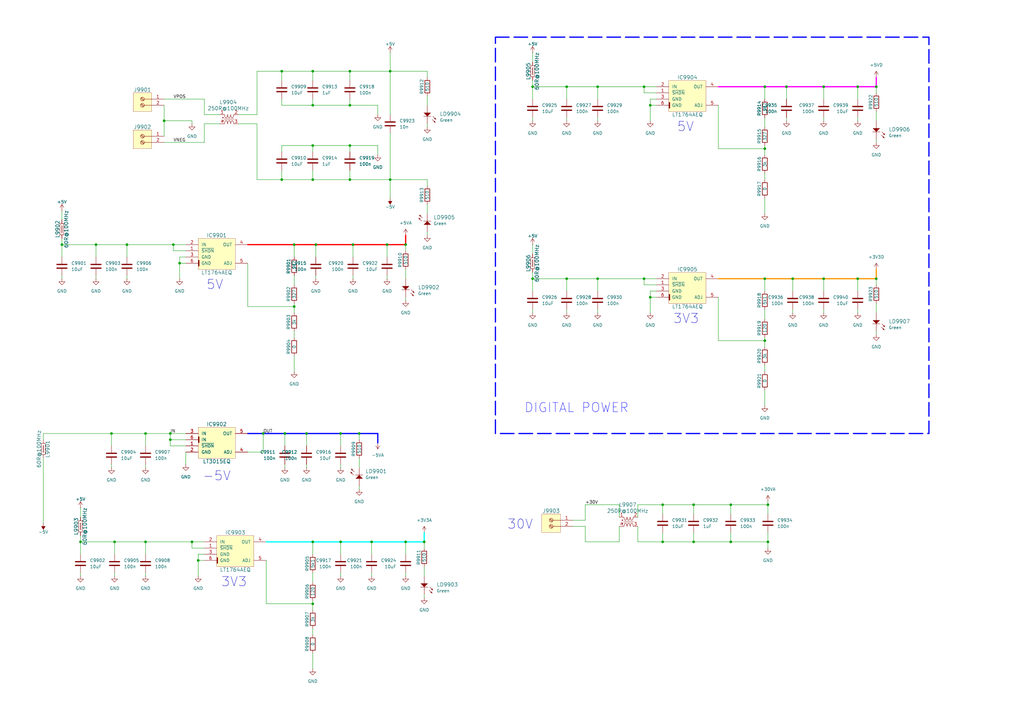
<source format=kicad_sch>
(kicad_sch (version 20250114) (generator "eeschema") (generator_version "9.0")
  (paper "A3")
  (title_block (date "2025-04-16") (company "CERN") (comment 1 "Design by A. Jevtic"))
  (rectangle (start 203.2 15.24) (end 381 177.8) (stroke (width 0.508) (type dash) (color 0 0 255 1)))
  (text "30V" (at 213.36 215.138 0) (effects (font (size 3.81 3.81))))
  (text "5V" (at 281.178 52.07 0) (effects (font (size 3.81 3.81))))
  (text "DIGITAL POWER\n" (at 236.474 167.386 0) (effects (font (size 3.81 3.81))))
  (text "-5V" (at 88.9 195.326 0) (effects (font (size 3.81 3.81))))
  (text "3V3" (at 281.432 130.81 0) (effects (font (size 3.81 3.81))))
  (text "3V3" (at 96.012 238.76 0) (effects (font (size 3.81 3.81))))
  (text "5V" (at 88.138 116.84 0) (effects (font (size 3.81 3.81))))
  (junction (at 128.27 59.69))
  (junction (at 271.78 222.25))
  (junction (at 78.74 222.25))
  (junction (at 359.41 35.56))
  (junction (at 128.27 43.18))
  (junction (at 266.7 121.92))
  (junction (at 325.12 114.3))
  (junction (at 299.72 222.25))
  (junction (at 139.7 177.8))
  (junction (at 173.99 222.25))
  (junction (at 313.69 139.7))
  (junction (at 59.69 177.8))
  (junction (at 284.48 222.25))
  (junction (at 143.51 29.21))
  (junction (at 143.51 59.69))
  (junction (at 69.85 180.34))
  (junction (at 359.41 114.3))
  (junction (at 59.69 222.25))
  (junction (at 143.51 73.66))
  (junction (at 115.57 29.21))
  (junction (at 71.12 100.33))
  (junction (at 299.72 207.01))
  (junction (at 128.27 222.25))
  (junction (at 218.44 114.3))
  (junction (at 128.27 29.21))
  (junction (at 69.85 177.8))
  (junction (at 143.51 43.18))
  (junction (at 73.66 107.95))
  (junction (at 337.82 35.56))
  (junction (at 158.75 100.33))
  (junction (at 116.84 177.8))
  (junction (at 218.44 35.56))
  (junction (at 128.27 247.65))
  (junction (at 120.65 125.73))
  (junction (at 266.7 43.18))
  (junction (at 25.4 100.33))
  (junction (at 107.95 177.8))
  (junction (at 52.07 100.33))
  (junction (at 313.69 35.56))
  (junction (at 245.11 35.56))
  (junction (at 166.37 222.25))
  (junction (at 264.16 35.56))
  (junction (at 160.02 29.21))
  (junction (at 313.69 60.96))
  (junction (at 129.54 100.33))
  (junction (at 67.31 49.53))
  (junction (at 232.41 114.3))
  (junction (at 125.73 177.8))
  (junction (at 351.79 35.56))
  (junction (at 322.58 35.56))
  (junction (at 313.69 114.3))
  (junction (at 45.72 177.8))
  (junction (at 245.11 114.3))
  (junction (at 314.96 207.01))
  (junction (at 147.32 177.8))
  (junction (at 128.27 73.66))
  (junction (at 314.96 222.25))
  (junction (at 81.28 229.87))
  (junction (at 166.37 100.33))
  (junction (at 271.78 207.01))
  (junction (at 39.37 100.33))
  (junction (at 337.82 114.3))
  (junction (at 144.78 100.33))
  (junction (at 139.7 222.25))
  (junction (at 33.02 222.25))
  (junction (at 115.57 73.66))
  (junction (at 46.99 222.25))
  (junction (at 152.4 222.25))
  (junction (at 120.65 100.33))
  (junction (at 232.41 35.56))
  (junction (at 264.16 114.3))
  (junction (at 160.02 73.66))
  (junction (at 351.79 114.3))
  (junction (at 284.48 207.01))
  (wire (pts (xy 359.41 57.15) (xy 359.41 58.42)))
  (wire (pts (xy 128.27 29.21) (xy 143.51 29.21)))
  (wire (pts (xy 81.28 229.87) (xy 81.28 236.22)))
  (wire (pts (xy 67.31 49.53) (xy 67.31 55.88)))
  (wire (pts (xy 313.69 35.56) (xy 322.58 35.56)) (stroke (width 0.508) (color 255 0 255 1)))
  (wire (pts (xy 160.02 29.21) (xy 160.02 46.99)))
  (wire (pts (xy 154.94 177.8) (xy 147.32 177.8)) (stroke (width 0.508) (color 0 0 255 1)))
  (wire (pts (xy 109.22 247.65) (xy 128.27 247.65)))
  (wire (pts (xy 284.48 218.44) (xy 284.48 222.25)))
  (wire (pts (xy 359.41 35.56) (xy 359.41 38.1)))
  (wire (pts (xy 52.07 100.33) (xy 71.12 100.33)))
  (wire (pts (xy 128.27 227.33) (xy 128.27 222.25)))
  (wire (pts (xy 284.48 207.01) (xy 284.48 210.82)))
  (wire (pts (xy 69.85 177.8) (xy 76.2 177.8)))
  (wire (pts (xy 232.41 127) (xy 232.41 128.27)))
  (wire (pts (xy 261.62 207.01) (xy 271.78 207.01)))
  (wire (pts (xy 105.41 73.66) (xy 115.57 73.66)))
  (wire (pts (xy 25.4 100.33) (xy 39.37 100.33)))
  (wire (pts (xy 269.24 38.1) (xy 264.16 38.1)))
  (wire (pts (xy 232.41 35.56) (xy 245.11 35.56)))
  (wire (pts (xy 175.26 39.37) (xy 175.26 43.18)))
  (wire (pts (xy 299.72 207.01) (xy 314.96 207.01)))
  (wire (pts (xy 83.82 40.64) (xy 83.82 46.99)))
  (wire (pts (xy 322.58 48.26) (xy 322.58 49.53)))
  (wire (pts (xy 261.62 207.01) (xy 261.62 212.09)))
  (wire (pts (xy 245.11 127) (xy 245.11 128.27)))
  (wire (pts (xy 337.82 35.56) (xy 337.82 40.64)))
  (wire (pts (xy 101.6 107.95) (xy 101.6 125.73)))
  (wire (pts (xy 120.65 113.03) (xy 120.65 116.84)))
  (wire (pts (xy 173.99 218.44) (xy 173.99 222.25)) (stroke (width 0.508) (color 0 255 255 1)))
  (wire (pts (xy 97.79 50.8) (xy 105.41 50.8)))
  (wire (pts (xy 109.22 229.87) (xy 109.22 247.65)))
  (wire (pts (xy 166.37 96.52) (xy 166.37 100.33)) (stroke (width 0.508) (color 255 0 0 1)))
  (wire (pts (xy 218.44 114.3) (xy 218.44 119.38)))
  (wire (pts (xy 359.41 124.46) (xy 359.41 128.27)))
  (wire (pts (xy 115.57 62.23) (xy 115.57 59.69)))
  (wire (pts (xy 152.4 222.25) (xy 152.4 227.33)))
  (wire (pts (xy 45.72 177.8) (xy 45.72 182.88)))
  (wire (pts (xy 139.7 222.25) (xy 152.4 222.25)) (stroke (width 0.508) (color 0 255 255 1)))
  (wire (pts (xy 83.82 46.99) (xy 90.17 46.99)))
  (wire (pts (xy 359.41 45.72) (xy 359.41 49.53)))
  (wire (pts (xy 313.69 149.86) (xy 313.69 152.4)))
  (wire (pts (xy 71.12 100.33) (xy 76.2 100.33)))
  (wire (pts (xy 25.4 97.79) (xy 25.4 100.33)))
  (wire (pts (xy 294.64 121.92) (xy 294.64 139.7)))
  (wire (pts (xy 101.6 177.8) (xy 107.95 177.8)) (stroke (width 0.508) (color 0 0 255 1)))
  (wire (pts (xy 254 207.01) (xy 254 212.09)))
  (wire (pts (xy 144.78 100.33) (xy 158.75 100.33)) (stroke (width 0.508) (color 255 0 0 1)))
  (wire (pts (xy 116.84 177.8) (xy 125.73 177.8)) (stroke (width 0.508) (color 0 0 255 1)))
  (wire (pts (xy 107.95 185.42) (xy 107.95 177.8)))
  (wire (pts (xy 17.78 214.63) (xy 17.78 187.96)))
  (wire (pts (xy 337.82 114.3) (xy 337.82 119.38)))
  (wire (pts (xy 81.28 229.87) (xy 83.82 229.87)))
  (wire (pts (xy 359.41 31.75) (xy 359.41 35.56)) (stroke (width 0.508) (color 255 0 255 1)))
  (wire (pts (xy 322.58 35.56) (xy 322.58 40.64)))
  (wire (pts (xy 139.7 177.8) (xy 147.32 177.8)) (stroke (width 0.508) (color 0 0 255 1)))
  (wire (pts (xy 313.69 40.64) (xy 313.69 35.56)))
  (wire (pts (xy 269.24 40.64) (xy 266.7 40.64)))
  (wire (pts (xy 218.44 48.26) (xy 218.44 49.53)))
  (wire (pts (xy 45.72 190.5) (xy 45.72 191.77)))
  (wire (pts (xy 158.75 113.03) (xy 158.75 114.3)))
  (wire (pts (xy 139.7 234.95) (xy 139.7 236.22)))
  (wire (pts (xy 69.85 182.88) (xy 69.85 180.34)))
  (wire (pts (xy 325.12 127) (xy 325.12 128.27)))
  (wire (pts (xy 240.03 207.01) (xy 240.03 213.36)))
  (wire (pts (xy 284.48 207.01) (xy 299.72 207.01)))
  (wire (pts (xy 69.85 180.34) (xy 69.85 177.8)))
  (wire (pts (xy 294.64 60.96) (xy 313.69 60.96)))
  (wire (pts (xy 240.03 222.25) (xy 254 222.25)))
  (wire (pts (xy 351.79 35.56) (xy 351.79 40.64)))
  (wire (pts (xy 128.27 59.69) (xy 128.27 62.23)))
  (wire (pts (xy 299.72 218.44) (xy 299.72 222.25)))
  (wire (pts (xy 143.51 29.21) (xy 143.51 33.02)))
  (wire (pts (xy 45.72 177.8) (xy 59.69 177.8)))
  (wire (pts (xy 245.11 114.3) (xy 245.11 119.38)))
  (wire (pts (xy 129.54 100.33) (xy 144.78 100.33)) (stroke (width 0.508) (color 255 0 0 1)))
  (wire (pts (xy 245.11 35.56) (xy 245.11 40.64)))
  (wire (pts (xy 240.03 215.9) (xy 240.03 222.25)))
  (wire (pts (xy 33.02 222.25) (xy 33.02 227.33)))
  (wire (pts (xy 234.95 215.9) (xy 240.03 215.9)))
  (wire (pts (xy 78.74 224.79) (xy 78.74 222.25)))
  (wire (pts (xy 17.78 180.34) (xy 17.78 177.8)))
  (wire (pts (xy 232.41 48.26) (xy 232.41 49.53)))
  (wire (pts (xy 266.7 119.38) (xy 266.7 121.92)))
  (wire (pts (xy 59.69 234.95) (xy 59.69 236.22)))
  (wire (pts (xy 105.41 29.21) (xy 115.57 29.21)))
  (wire (pts (xy 337.82 48.26) (xy 337.82 49.53)))
  (wire (pts (xy 52.07 113.03) (xy 52.07 114.3)))
  (wire (pts (xy 325.12 114.3) (xy 337.82 114.3)) (stroke (width 0.508) (color 255 153 0 1)))
  (wire (pts (xy 83.82 50.8) (xy 90.17 50.8)))
  (wire (pts (xy 245.11 114.3) (xy 264.16 114.3)))
  (wire (pts (xy 359.41 135.89) (xy 359.41 137.16)))
  (wire (pts (xy 269.24 116.84) (xy 264.16 116.84)))
  (wire (pts (xy 166.37 222.25) (xy 166.37 227.33)))
  (wire (pts (xy 152.4 234.95) (xy 152.4 236.22)))
  (wire (pts (xy 17.78 177.8) (xy 45.72 177.8)))
  (wire (pts (xy 314.96 222.25) (xy 314.96 224.79)))
  (wire (pts (xy 115.57 43.18) (xy 128.27 43.18)))
  (wire (pts (xy 266.7 121.92) (xy 269.24 121.92)))
  (wire (pts (xy 128.27 40.64) (xy 128.27 43.18)))
  (wire (pts (xy 266.7 43.18) (xy 266.7 49.53)))
  (wire (pts (xy 120.65 124.46) (xy 120.65 125.73)))
  (wire (pts (xy 143.51 43.18) (xy 154.94 43.18)))
  (wire (pts (xy 175.26 50.8) (xy 175.26 52.07)))
  (wire (pts (xy 59.69 177.8) (xy 59.69 182.88)))
  (wire (pts (xy 115.57 59.69) (xy 128.27 59.69)))
  (wire (pts (xy 120.65 125.73) (xy 120.65 128.27)))
  (wire (pts (xy 39.37 100.33) (xy 52.07 100.33)))
  (wire (pts (xy 264.16 35.56) (xy 269.24 35.56)))
  (wire (pts (xy 294.64 43.18) (xy 294.64 60.96)))
  (wire (pts (xy 139.7 177.8) (xy 139.7 182.88)))
  (wire (pts (xy 240.03 207.01) (xy 254 207.01)))
  (wire (pts (xy 166.37 222.25) (xy 173.99 222.25)) (stroke (width 0.508) (color 0 255 255 1)))
  (wire (pts (xy 254 215.9) (xy 254 222.25)))
  (wire (pts (xy 128.27 257.81) (xy 128.27 260.35)))
  (wire (pts (xy 158.75 100.33) (xy 158.75 105.41)))
  (wire (pts (xy 115.57 29.21) (xy 115.57 33.02)))
  (wire (pts (xy 115.57 29.21) (xy 128.27 29.21)))
  (wire (pts (xy 128.27 59.69) (xy 143.51 59.69)))
  (wire (pts (xy 337.82 127) (xy 337.82 128.27)))
  (wire (pts (xy 261.62 222.25) (xy 271.78 222.25)))
  (wire (pts (xy 97.79 46.99) (xy 105.41 46.99)))
  (wire (pts (xy 359.41 110.49) (xy 359.41 114.3)) (stroke (width 0.508) (color 255 153 0 1)))
  (wire (pts (xy 73.66 107.95) (xy 76.2 107.95)))
  (wire (pts (xy 105.41 50.8) (xy 105.41 73.66)))
  (wire (pts (xy 67.31 43.18) (xy 67.31 49.53)))
  (wire (pts (xy 25.4 100.33) (xy 25.4 105.41)))
  (wire (pts (xy 33.02 222.25) (xy 46.99 222.25)))
  (wire (pts (xy 128.27 69.85) (xy 128.27 73.66)))
  (wire (pts (xy 218.44 127) (xy 218.44 128.27)))
  (wire (pts (xy 313.69 119.38) (xy 313.69 114.3)))
  (wire (pts (xy 25.4 86.36) (xy 25.4 90.17)))
  (wire (pts (xy 271.78 207.01) (xy 271.78 210.82)))
  (wire (pts (xy 144.78 100.33) (xy 144.78 105.41)))
  (wire (pts (xy 314.96 207.01) (xy 314.96 205.74)))
  (wire (pts (xy 128.27 234.95) (xy 128.27 238.76)))
  (wire (pts (xy 147.32 199.39) (xy 147.32 200.66)))
  (wire (pts (xy 143.51 69.85) (xy 143.51 73.66)))
  (wire (pts (xy 46.99 222.25) (xy 46.99 227.33)))
  (wire (pts (xy 294.64 114.3) (xy 313.69 114.3)) (stroke (width 0.508) (color 255 153 0 1)))
  (wire (pts (xy 101.6 185.42) (xy 107.95 185.42)))
  (wire (pts (xy 116.84 177.8) (xy 116.84 182.88)))
  (wire (pts (xy 143.51 40.64) (xy 143.51 43.18)))
  (wire (pts (xy 101.6 100.33) (xy 120.65 100.33)) (stroke (width 0.508) (color 255 0 0 1)))
  (wire (pts (xy 128.27 267.97) (xy 128.27 274.32)))
  (wire (pts (xy 337.82 114.3) (xy 351.79 114.3)) (stroke (width 0.508) (color 255 153 0 1)))
  (wire (pts (xy 115.57 73.66) (xy 128.27 73.66)))
  (wire (pts (xy 313.69 59.69) (xy 313.69 60.96)))
  (wire (pts (xy 129.54 113.03) (xy 129.54 114.3)))
  (wire (pts (xy 175.26 73.66) (xy 175.26 76.2)))
  (wire (pts (xy 39.37 100.33) (xy 39.37 105.41)))
  (wire (pts (xy 78.74 49.53) (xy 67.31 49.53)))
  (wire (pts (xy 115.57 43.18) (xy 115.57 40.64)))
  (wire (pts (xy 125.73 177.8) (xy 139.7 177.8)) (stroke (width 0.508) (color 0 0 255 1)))
  (wire (pts (xy 154.94 43.18) (xy 154.94 46.99)))
  (wire (pts (xy 71.12 102.87) (xy 71.12 100.33)))
  (wire (pts (xy 129.54 100.33) (xy 129.54 105.41)))
  (wire (pts (xy 143.51 59.69) (xy 143.51 62.23)))
  (wire (pts (xy 46.99 234.95) (xy 46.99 236.22)))
  (wire (pts (xy 128.27 73.66) (xy 143.51 73.66)))
  (wire (pts (xy 33.02 219.71) (xy 33.02 222.25)))
  (wire (pts (xy 166.37 110.49) (xy 166.37 114.3)))
  (wire (pts (xy 351.79 35.56) (xy 359.41 35.56)) (stroke (width 0.508) (color 255 0 255 1)))
  (wire (pts (xy 261.62 215.9) (xy 261.62 222.25)))
  (wire (pts (xy 160.02 29.21) (xy 160.02 21.59)))
  (wire (pts (xy 218.44 111.76) (xy 218.44 114.3)))
  (wire (pts (xy 107.95 177.8) (xy 116.84 177.8)) (stroke (width 0.508) (color 0 0 255 1)))
  (wire (pts (xy 166.37 121.92) (xy 166.37 123.19)))
  (wire (pts (xy 160.02 73.66) (xy 160.02 54.61)))
  (wire (pts (xy 313.69 138.43) (xy 313.69 139.7)))
  (wire (pts (xy 313.69 114.3) (xy 325.12 114.3)) (stroke (width 0.508) (color 255 153 0 1)))
  (wire (pts (xy 143.51 29.21) (xy 160.02 29.21)))
  (wire (pts (xy 147.32 187.96) (xy 147.32 191.77)))
  (wire (pts (xy 175.26 95.25) (xy 175.26 96.52)))
  (wire (pts (xy 158.75 100.33) (xy 166.37 100.33)) (stroke (width 0.508) (color 255 0 0 1)))
  (wire (pts (xy 120.65 135.89) (xy 120.65 138.43)))
  (wire (pts (xy 83.82 224.79) (xy 78.74 224.79)))
  (wire (pts (xy 128.27 29.21) (xy 128.27 33.02)))
  (wire (pts (xy 351.79 114.3) (xy 359.41 114.3)) (stroke (width 0.508) (color 255 153 0 1)))
  (wire (pts (xy 351.79 114.3) (xy 351.79 119.38)))
  (wire (pts (xy 264.16 38.1) (xy 264.16 35.56)))
  (wire (pts (xy 160.02 73.66) (xy 160.02 81.28)))
  (wire (pts (xy 313.69 160.02) (xy 313.69 166.37)))
  (wire (pts (xy 322.58 35.56) (xy 337.82 35.56)) (stroke (width 0.508) (color 255 0 255 1)))
  (wire (pts (xy 33.02 234.95) (xy 33.02 236.22)))
  (wire (pts (xy 175.26 83.82) (xy 175.26 87.63)))
  (wire (pts (xy 69.85 180.34) (xy 76.2 180.34)))
  (wire (pts (xy 313.69 81.28) (xy 313.69 87.63)))
  (wire (pts (xy 175.26 29.21) (xy 175.26 31.75)))
  (wire (pts (xy 147.32 177.8) (xy 147.32 180.34)))
  (wire (pts (xy 325.12 114.3) (xy 325.12 119.38)))
  (wire (pts (xy 232.41 35.56) (xy 232.41 40.64)))
  (wire (pts (xy 351.79 127) (xy 351.79 128.27)))
  (wire (pts (xy 76.2 102.87) (xy 71.12 102.87)))
  (wire (pts (xy 173.99 243.84) (xy 173.99 245.11)))
  (wire (pts (xy 218.44 100.33) (xy 218.44 104.14)))
  (wire (pts (xy 266.7 121.92) (xy 266.7 128.27)))
  (wire (pts (xy 271.78 222.25) (xy 284.48 222.25)))
  (wire (pts (xy 125.73 177.8) (xy 125.73 182.88)))
  (wire (pts (xy 105.41 29.21) (xy 105.41 46.99)))
  (wire (pts (xy 59.69 177.8) (xy 69.85 177.8)))
  (wire (pts (xy 120.65 105.41) (xy 120.65 100.33)))
  (wire (pts (xy 173.99 222.25) (xy 173.99 224.79)))
  (wire (pts (xy 173.99 232.41) (xy 173.99 236.22)))
  (wire (pts (xy 264.16 116.84) (xy 264.16 114.3)))
  (wire (pts (xy 59.69 222.25) (xy 59.69 227.33)))
  (wire (pts (xy 284.48 222.25) (xy 299.72 222.25)))
  (wire (pts (xy 160.02 29.21) (xy 175.26 29.21)))
  (wire (pts (xy 313.69 48.26) (xy 313.69 52.07)))
  (wire (pts (xy 143.51 73.66) (xy 160.02 73.66)))
  (wire (pts (xy 128.27 247.65) (xy 128.27 250.19)))
  (wire (pts (xy 73.66 105.41) (xy 73.66 107.95)))
  (wire (pts (xy 313.69 60.96) (xy 313.69 63.5)))
  (wire (pts (xy 314.96 218.44) (xy 314.96 222.25)))
  (wire (pts (xy 218.44 33.02) (xy 218.44 35.56)))
  (wire (pts (xy 73.66 107.95) (xy 73.66 114.3)))
  (wire (pts (xy 139.7 190.5) (xy 139.7 191.77)))
  (wire (pts (xy 76.2 185.42) (xy 76.2 190.5)))
  (wire (pts (xy 59.69 190.5) (xy 59.69 191.77)))
  (wire (pts (xy 125.73 190.5) (xy 125.73 191.77)))
  (wire (pts (xy 25.4 113.03) (xy 25.4 114.3)))
  (wire (pts (xy 78.74 222.25) (xy 83.82 222.25)))
  (wire (pts (xy 109.22 222.25) (xy 128.27 222.25)) (stroke (width 0.508) (color 0 255 255 1)))
  (wire (pts (xy 269.24 119.38) (xy 266.7 119.38)))
  (wire (pts (xy 271.78 222.25) (xy 271.78 218.44)))
  (wire (pts (xy 266.7 43.18) (xy 269.24 43.18)))
  (wire (pts (xy 120.65 100.33) (xy 129.54 100.33)) (stroke (width 0.508) (color 255 0 0 1)))
  (wire (pts (xy 46.99 222.25) (xy 59.69 222.25)))
  (wire (pts (xy 313.69 127) (xy 313.69 130.81)))
  (wire (pts (xy 313.69 71.12) (xy 313.69 73.66)))
  (wire (pts (xy 67.31 40.64) (xy 83.82 40.64)))
  (wire (pts (xy 234.95 213.36) (xy 240.03 213.36)))
  (wire (pts (xy 218.44 21.59) (xy 218.44 25.4)))
  (wire (pts (xy 128.27 222.25) (xy 139.7 222.25)) (stroke (width 0.508) (color 0 255 255 1)))
  (wire (pts (xy 271.78 207.01) (xy 284.48 207.01)))
  (wire (pts (xy 218.44 35.56) (xy 218.44 40.64)))
  (wire (pts (xy 78.74 49.53) (xy 78.74 50.8)))
  (wire (pts (xy 139.7 222.25) (xy 139.7 227.33)))
  (wire (pts (xy 128.27 246.38) (xy 128.27 247.65)))
  (wire (pts (xy 143.51 59.69) (xy 154.94 59.69)))
  (wire (pts (xy 351.79 48.26) (xy 351.79 49.53)))
  (wire (pts (xy 76.2 182.88) (xy 69.85 182.88)))
  (wire (pts (xy 67.31 58.42) (xy 83.82 58.42)))
  (wire (pts (xy 245.11 35.56) (xy 264.16 35.56)))
  (wire (pts (xy 128.27 43.18) (xy 143.51 43.18)))
  (wire (pts (xy 83.82 227.33) (xy 81.28 227.33)))
  (wire (pts (xy 166.37 100.33) (xy 166.37 102.87)))
  (wire (pts (xy 39.37 113.03) (xy 39.37 114.3)))
  (wire (pts (xy 218.44 35.56) (xy 232.41 35.56)))
  (wire (pts (xy 294.64 139.7) (xy 313.69 139.7)))
  (wire (pts (xy 33.02 208.28) (xy 33.02 212.09)))
  (wire (pts (xy 59.69 222.25) (xy 78.74 222.25)))
  (wire (pts (xy 76.2 105.41) (xy 73.66 105.41)))
  (wire (pts (xy 232.41 114.3) (xy 245.11 114.3)))
  (wire (pts (xy 245.11 48.26) (xy 245.11 49.53)))
  (wire (pts (xy 266.7 40.64) (xy 266.7 43.18)))
  (wire (pts (xy 299.72 207.01) (xy 299.72 210.82)))
  (wire (pts (xy 294.64 35.56) (xy 313.69 35.56)) (stroke (width 0.508) (color 255 0 255 1)))
  (wire (pts (xy 359.41 114.3) (xy 359.41 116.84)))
  (wire (pts (xy 115.57 69.85) (xy 115.57 73.66)))
  (wire (pts (xy 101.6 125.73) (xy 120.65 125.73)))
  (wire (pts (xy 154.94 59.69) (xy 154.94 63.5)))
  (wire (pts (xy 154.94 181.61) (xy 154.94 177.8)) (stroke (width 0.508) (color 0 0 255 1)))
  (wire (pts (xy 232.41 114.3) (xy 232.41 119.38)))
  (wire (pts (xy 52.07 100.33) (xy 52.07 105.41)))
  (wire (pts (xy 166.37 234.95) (xy 166.37 236.22)))
  (wire (pts (xy 160.02 73.66) (xy 175.26 73.66)))
  (wire (pts (xy 83.82 50.8) (xy 83.82 58.42)))
  (wire (pts (xy 313.69 139.7) (xy 313.69 142.24)))
  (wire (pts (xy 218.44 114.3) (xy 232.41 114.3)))
  (wire (pts (xy 120.65 146.05) (xy 120.65 152.4)))
  (wire (pts (xy 152.4 222.25) (xy 166.37 222.25)) (stroke (width 0.508) (color 0 255 255 1)))
  (wire (pts (xy 264.16 114.3) (xy 269.24 114.3)))
  (wire (pts (xy 299.72 222.25) (xy 314.96 222.25)))
  (wire (pts (xy 116.84 190.5) (xy 116.84 191.77)))
  (wire (pts (xy 81.28 227.33) (xy 81.28 229.87)))
  (wire (pts (xy 144.78 113.03) (xy 144.78 114.3)))
  (wire (pts (xy 314.96 207.01) (xy 314.96 210.82)))
  (wire (pts (xy 337.82 35.56) (xy 351.79 35.56)) (stroke (width 0.508) (color 255 0 255 1)))
  (label "+30V" (at 240.03 207.01 0))
  (label "VNEG" (at 71.12 58.42 0))
  (label "IN" (at 69.85 177.8 0))
  (label "VPOS" (at 71.12 40.64 0))
  (label "OUT" (at 107.95 177.8 0))
  (symbol (lib_id "CERN:Inductors SMD/IND1806_MURATA_BLM41PG600SN1L [alt]") (at 17.78 180.34 270) (unit 1)
    (property "Reference" "L9901" (at 19.558 184.15 0) (effects (font (size 1.524 1.524))))
    (property "Value" "60R@100MHz" (at 16.002 184.15 0) (effects (font (size 1.524 1.524))))
    (property "Footprint" "Inductors SMD:INDC4516X180N" (effects (hide yes)))
    (property "Datasheet" "${CERN_DATASHEET_DIR}\\IND1806_MURATA_BLM41P.pdf" (effects (hide yes)))
    (property "Description" "SMD EMI Suppression Chip Ferrite Bead (BLM41P Series)" (effects (hide yes)))
    (property "Manufacturer" "MURATA" (effects (hide yes)))
    (property "Comment" "60R@100MHz" (effects (hide yes)))
    (property "Component Kind" "Standard" (effects (hide yes)))
    (property "Component Type" "Standard" (effects (hide yes)))
    (property "Pin Count" "2" (effects (hide yes)))
    (property "Power" "6A" (effects (hide yes)))
    (property "Resistance" "0.01R" (effects (hide yes)))
    (property "Part Description" "SMD EMI Suppression Chip Ferrite Bead (BLM41P Series)" (effects (hide yes)))
    (property "Manufacturer Part Number" "BLM41PG600SN1L" (effects (hide yes)))
    (property "Case" "1806" (effects (hide yes)))
    (property "Mounted" "Yes" (effects (hide yes)))
    (property "Socket" "No" (effects (hide yes)))
    (property "SMD" "Yes" (effects (hide yes)))
    (property "Sense" "No" (effects (hide yes)))
    (property "ComponentHeight" "1.8mm" (effects (hide yes)))
    (property "HelpURL" "\\\\cern.ch\\dfs\\Applications\\Altium\\Datasheets\\IND1806_MURATA_BLM41P.pdf" (effects (hide yes)))
    (property "Author" "CERN DEM JLC" (effects (hide yes)))
    (property "CreateDate" "2009-12-02 00:00:00 +0000" (effects (hide yes)))
    (property "LatestRevisionDate" "2009-12-02 00:00:00 +0000" (effects (hide yes)))
    (property "LibSymbol" "Inductors & Transformers:Ferrite Bead [alt]" (effects (hide yes)))
    (property "LibFootprint" "Inductors SMD:INDC4516X180N" (effects (hide yes)))
    (property "Part Number" "IND1806_MURATA_BLM41PG600SN1L" (effects (hide yes)))
    (property "Database Name" "Inductors & Transformers" (effects (hide yes)))
    (property "Database Table Name" "Inductors SMD" (effects (hide yes)))
    (property "Part Number Nocolon" "IND1806_MURATA_BLM41PG600SN1L [alt]" (effects (hide yes)))
  )
  (symbol (lib_id "Device:R") (at 313.69 146.05 180) (unit 1)
    (property "Reference" "R9920" (at 311.404 146.05 90))
    (property "Value" "3k" (at 313.69 146.05 90))
    (property "Footprint" "Resistor_SMD:R_0603_1608Metric_Pad0.98x0.95mm_HandSolder" (effects (hide yes)))
    (property "Description" "Resistor" (effects (hide yes)))
  )
  (symbol (lib_id "CERN:Regulators/LT3015EQ#PBF") (at 81.28 175.26 0) (unit 1)
    (property "Reference" "IC9902" (at 88.9 173.99 0) (effects (font (size 1.524 1.524))))
    (property "Value" "${DEVICE}" (at 88.9 189.23 0) (effects (font (size 1.524 1.524))))
    (property "Footprint" "ICs And Semiconductors SMD:TO170P1394X457-6N-R900X1060" (effects (hide yes)))
    (property "Datasheet" "${CERN_DATASHEET_DIR}\\LT3015EQ#PBF.pdf" (effects (hide yes)))
    (property "Description" "-1.22V to -29.3V, 1.5A, Low Noise, Negative Linear Regulator with Precision Current Limit" (effects (hide yes)))
    (property "Manufacturer" "LINEAR TECHNOLOGY" (effects (hide yes)))
    (property "Comment" "LT3015EQ" (effects (hide yes)))
    (property "Component Kind" "Standard" (effects (hide yes)))
    (property "Component Type" "Standard" (effects (hide yes)))
    (property "Device" "LT3015EQ" (effects (hide yes)))
    (property "PackageDescription" "D2PAK TO-263, TO, 1.70mm Pitch; 5 Pin, 13.945mm L X 8.89mm W X 4.572mm H body, IPC Medium Density" (effects (hide yes)))
    (property "Part Description" "-1.22V to -29.3V, 1.5A, Low Noise, Negative Linear Regulator with Precision Current Limit" (effects (hide yes)))
    (property "Manufacturer Part Number" "LT3015EQ" (effects (hide yes)))
    (property "Pin Count" "6" (effects (hide yes)))
    (property "Case" "TO-263-5" (effects (hide yes)))
    (property "Mounted" "Yes" (effects (hide yes)))
    (property "Socket" "No" (effects (hide yes)))
    (property "SMD" "Yes" (effects (hide yes)))
    (property "PressFit" "No" (effects (hide yes)))
    (property "Sense" "No" (effects (hide yes)))
    (property "Bonding" "No" (effects (hide yes)))
    (property "ComponentHeight" "4.57mm" (effects (hide yes)))
    (property "HelpURL" "\\\\cern.ch\\dfs\\Applications\\Altium\\Datasheets\\LT3015EQ#PBF.pdf" (effects (hide yes)))
    (property "Author" "CERN DEM MR" (effects (hide yes)))
    (property "CreateDate" "2017-01-09 00:00:00 +0000" (effects (hide yes)))
    (property "LatestRevisionDate" "2024-02-15 00:00:00 +0000" (effects (hide yes)))
    (property "LibSymbol" "Regulators:LT3015EQ" (effects (hide yes)))
    (property "LibFootprint" "ICs And Semiconductors SMD:TO170P1394X457-6N-R900X1060" (effects (hide yes)))
    (property "Part Number" "LT3015EQ#PBF" (effects (hide yes)))
    (property "Database Name" "ICs And Semiconductors_Backup" (effects (hide yes)))
    (property "Database Table Name" "Regulators" (effects (hide yes)))
    (property "Part Number Nocolon" "LT3015EQ#PBF" (effects (hide yes)))
  )
  (symbol (lib_id "Device:C") (at 245.11 44.45 0) (unit 1)
    (property "Reference" "C9929" (at 248.92 43.1799 0) (effects (justify left)))
    (property "Value" "100n" (at 248.92 45.7199 0) (effects (justify left)))
    (property "Footprint" "Capacitor_SMD:C_0603_1608Metric_Pad1.08x0.95mm_HandSolder" (effects (hide yes)))
    (property "Description" "Unpolarized capacitor" (effects (hide yes)))
  )
  (symbol (lib_id "power:+5V") (at 218.44 100.33 0) (unit 1)
    (property "Reference" "#PWR09941" (effects (hide yes)))
    (property "Value" "+5V" (at 218.44 96.774 0))
    (property "Description" "Power symbol creates a global label with name \"+5V\"" (effects (hide yes)))
  )
  (symbol (lib_id "power:+5VA") (at 166.37 96.52 0) (unit 1)
    (property "Reference" "#PWR09932" (effects (hide yes)))
    (property "Value" "+5VA" (at 166.37 91.44 0))
    (property "Description" "Power symbol creates a global label with name \"+5VA\"" (effects (hide yes)))
  )
  (symbol (lib_id "Device:C") (at 160.02 50.8 0) (unit 1)
    (property "Reference" "C9923" (at 163.83 49.5299 0) (effects (justify left)))
    (property "Value" "10n" (at 163.83 52.0699 0) (effects (justify left)))
    (property "Footprint" "Capacitor_SMD:C_0603_1608Metric_Pad1.08x0.95mm_HandSolder" (effects (hide yes)))
    (property "Description" "Unpolarized capacitor" (effects (hide yes)))
  )
  (symbol (lib_id "Device:C") (at 129.54 109.22 0) (mirror y) (unit 1)
    (property "Reference" "C9915" (at 125.73 107.9499 0) (effects (justify left)))
    (property "Value" "100n" (at 125.73 110.4899 0) (effects (justify left)))
    (property "Footprint" "Capacitor_SMD:C_0603_1608Metric_Pad1.08x0.95mm_HandSolder" (effects (hide yes)))
    (property "Description" "Unpolarized capacitor" (effects (hide yes)))
  )
  (symbol (lib_id "Device:R") (at 173.99 228.6 180) (unit 1)
    (property "Reference" "R9911" (at 171.704 228.6 90))
    (property "Value" "510" (at 173.99 228.6 90))
    (property "Footprint" "Resistor_SMD:R_0603_1608Metric_Pad0.98x0.95mm_HandSolder" (effects (hide yes)))
    (property "Description" "Resistor" (effects (hide yes)))
  )
  (symbol (lib_id "Device:R") (at 128.27 242.57 180) (unit 1)
    (property "Reference" "R9906" (at 125.984 242.57 90))
    (property "Value" "120" (at 128.27 242.57 90))
    (property "Footprint" "Resistor_SMD:R_0603_1608Metric_Pad0.98x0.95mm_HandSolder" (effects (hide yes)))
    (property "Description" "Resistor" (effects (hide yes)))
  )
  (symbol (lib_id "power:GND") (at 351.79 49.53 0) (mirror y) (unit 1)
    (property "Reference" "#PWR09957" (effects (hide yes)))
    (property "Value" "GND" (at 351.79 54.61 0))
    (property "Description" "Power symbol creates a global label with name \"GND\" , ground" (effects (hide yes)))
  )
  (symbol (lib_id "power:GND") (at 46.99 236.22 0) (unit 1)
    (property "Reference" "#PWR09908" (effects (hide yes)))
    (property "Value" "GND" (at 46.99 241.3 0))
    (property "Description" "Power symbol creates a global label with name \"GND\" , ground" (effects (hide yes)))
  )
  (symbol (lib_id "Device:C") (at 351.79 123.19 0) (mirror y) (unit 1)
    (property "Reference" "C9940" (at 347.98 121.9199 0) (effects (justify left)))
    (property "Value" "10uF" (at 347.98 124.4599 0) (effects (justify left)))
    (property "Footprint" "Capacitor_SMD:C_1206_3216Metric_Pad1.33x1.80mm_HandSolder" (effects (hide yes)))
    (property "Description" "Unpolarized capacitor" (effects (hide yes)))
  )
  (symbol (lib_id "Device:C") (at 128.27 66.04 0) (unit 1)
    (property "Reference" "C9914" (at 132.08 64.7699 0) (effects (justify left)))
    (property "Value" "1uF" (at 132.08 67.3099 0) (effects (justify left)))
    (property "Footprint" "Capacitor_SMD:C_1206_3216Metric_Pad1.33x1.80mm_HandSolder" (effects (hide yes)))
    (property "Description" "Unpolarized capacitor" (effects (hide yes)))
  )
  (symbol (lib_id "CERN:LEDs & Displays/LED_KINGBRIGHT_KPH-1608CGCK") (at 359.41 132.08 270) (unit 1)
    (property "Reference" "LD9907" (at 364.49 131.8259 90) (effects (font (size 1.524 1.524)) (justify left)))
    (property "Value" "${COLOR}" (at 364.49 134.366 90) (effects (font (size 1.2192 1.2192)) (justify left)))
    (property "Footprint" "ICs And Semiconductors SMD:LED_KINGBRIGHT_KPH-1608CGCK" (effects (hide yes)))
    (property "Datasheet" "${CERN_DATASHEET_DIR}\\LED_KINGBRIGHT_KPH-1608CGCK.pdf" (effects (hide yes)))
    (property "Description" "SMD Green LED, Case 1.6mmX0.8mm(0603), 0.65mm Thickness" (effects (hide yes)))
    (property "Manufacturer" "KINGBRIGHT" (effects (hide yes)))
    (property "Part Number" "LED_KINGBRIGHT_KPH-1608CGCK" (effects (hide yes)))
    (property "Component Kind" "Standard" (effects (hide yes)))
    (property "Component Type" "Standard" (effects (hide yes)))
    (property "Color" "Green" (effects (hide yes)))
    (property "PackageDescription" "SMT Green LED, Case 0603, Body L 1.6 x W 0.8mm H 0.65mm" (effects (hide yes)))
    (property "Part Description" "SMD Green LED, Case 1.6mmX0.8mm(0603), 0.65mm Thickness" (effects (hide yes)))
    (property "Manufacturer Part Number" "KPH-1608CGCK" (effects (hide yes)))
    (property "Pin Count" "2" (effects (hide yes)))
    (property "Case" "0603" (effects (hide yes)))
    (property "Mounted" "Yes" (effects (hide yes)))
    (property "Socket" "No" (effects (hide yes)))
    (property "SMD" "Yes" (effects (hide yes)))
    (property "PressFit" "No" (effects (hide yes)))
    (property "Sense" "No" (effects (hide yes)))
    (property "Bonding" "No" (effects (hide yes)))
    (property "ComponentHeight" "0.65mm" (effects (hide yes)))
    (property "HelpURL" "\\\\cern.ch\\dfs\\Applications\\Altium\\Datasheets\\LED_KINGBRIGHT_KPH-1608CGCK.pdf" (effects (hide yes)))
    (property "Author" "CERN DEM JLC" (effects (hide yes)))
    (property "CreateDate" "2017-07-03 00:00:00 +0000" (effects (hide yes)))
    (property "LatestRevisionDate" "2017-07-03 00:00:00 +0000" (effects (hide yes)))
    (property "LibSymbol" "LEDs & Displays:LED Green 1C 2A" (effects (hide yes)))
    (property "LibFootprint" "ICs And Semiconductors SMD:LED_KINGBRIGHT_KPH-1608CGCK" (effects (hide yes)))
    (property "Database Name" "ICs And Semiconductors_Backup" (effects (hide yes)))
    (property "Database Table Name" "LEDs & Displays" (effects (hide yes)))
    (property "Part Number Nocolon" "LED_KINGBRIGHT_KPH-1608CGCK" (effects (hide yes)))
  )
  (symbol (lib_id "Device:C") (at 128.27 36.83 0) (unit 1)
    (property "Reference" "C9913" (at 132.08 35.5599 0) (effects (justify left)))
    (property "Value" "1uF" (at 132.08 38.0999 0) (effects (justify left)))
    (property "Footprint" "Capacitor_SMD:C_1206_3216Metric_Pad1.33x1.80mm_HandSolder" (effects (hide yes)))
    (property "Description" "Unpolarized capacitor" (effects (hide yes)))
  )
  (symbol (lib_id "power:GND") (at 25.4 114.3 0) (unit 1)
    (property "Reference" "#PWR09903" (effects (hide yes)))
    (property "Value" "GND" (at 25.4 119.38 0))
    (property "Description" "Power symbol creates a global label with name \"GND\" , ground" (effects (hide yes)))
  )
  (symbol (lib_id "Device:R") (at 120.65 142.24 180) (unit 1)
    (property "Reference" "R9904" (at 118.364 142.24 90))
    (property "Value" "0" (at 120.65 142.24 90))
    (property "Footprint" "Resistor_SMD:R_0603_1608Metric_Pad0.98x0.95mm_HandSolder" (effects (hide yes)))
    (property "Description" "Resistor" (effects (hide yes)))
  )
  (symbol (lib_id "power:GND") (at 144.78 114.3 0) (mirror y) (unit 1)
    (property "Reference" "#PWR09923" (effects (hide yes)))
    (property "Value" "GND" (at 144.78 119.38 0))
    (property "Description" "Power symbol creates a global label with name \"GND\" , ground" (effects (hide yes)))
  )
  (symbol (lib_id "Device:C") (at 45.72 186.69 0) (unit 1)
    (property "Reference" "C9904" (at 49.53 185.4199 0) (effects (justify left)))
    (property "Value" "10uF" (at 49.53 187.9599 0) (effects (justify left)))
    (property "Footprint" "Capacitor_SMD:C_1206_3216Metric_Pad1.33x1.80mm_HandSolder" (effects (hide yes)))
    (property "Description" "Unpolarized capacitor" (effects (hide yes)))
  )
  (symbol (lib_id "Device:C") (at 139.7 231.14 0) (mirror y) (unit 1)
    (property "Reference" "C9917" (at 135.89 229.8699 0) (effects (justify left)))
    (property "Value" "100n" (at 135.89 232.4099 0) (effects (justify left)))
    (property "Footprint" "Capacitor_SMD:C_0603_1608Metric_Pad1.08x0.95mm_HandSolder" (effects (hide yes)))
    (property "Description" "Unpolarized capacitor" (effects (hide yes)))
  )
  (symbol (lib_id "power:-5V") (at 160.02 81.28 180) (unit 1)
    (property "Reference" "#PWR09931" (effects (hide yes)))
    (property "Value" "-5V" (at 160.02 84.836 0))
    (property "Description" "Power symbol creates a global label with name \"-5V\"" (effects (hide yes)))
  )
  (symbol (lib_id "power:GND") (at 128.27 274.32 0) (unit 1)
    (property "Reference" "#PWR09919" (effects (hide yes)))
    (property "Value" "GND" (at 128.27 279.4 0))
    (property "Description" "Power symbol creates a global label with name \"GND\" , ground" (effects (hide yes)))
  )
  (symbol (lib_id "Device:C") (at 25.4 109.22 0) (unit 1)
    (property "Reference" "C9901" (at 29.21 107.9499 0) (effects (justify left)))
    (property "Value" "10uF" (at 29.21 110.4899 0) (effects (justify left)))
    (property "Footprint" "Capacitor_SMD:C_1206_3216Metric_Pad1.33x1.80mm_HandSolder" (effects (hide yes)))
    (property "Description" "Unpolarized capacitor" (effects (hide yes)))
  )
  (symbol (lib_id "Device:C") (at 158.75 109.22 0) (mirror y) (unit 1)
    (property "Reference" "C9922" (at 154.94 107.9499 0) (effects (justify left)))
    (property "Value" "10uF" (at 154.94 110.4899 0) (effects (justify left)))
    (property "Footprint" "Capacitor_SMD:C_1206_3216Metric_Pad1.33x1.80mm_HandSolder" (effects (hide yes)))
    (property "Description" "Unpolarized capacitor" (effects (hide yes)))
  )
  (symbol (lib_id "CERN:Inductors SMD/IND1806_MURATA_BLM41PG600SN1L [alt]") (at 33.02 219.71 90) (unit 1)
    (property "Reference" "L9903" (at 31.242 215.9 0) (effects (font (size 1.524 1.524))))
    (property "Value" "60R@100MHz" (at 34.798 215.9 0) (effects (font (size 1.524 1.524))))
    (property "Footprint" "Inductors SMD:INDC4516X180N" (effects (hide yes)))
    (property "Datasheet" "${CERN_DATASHEET_DIR}\\IND1806_MURATA_BLM41P.pdf" (effects (hide yes)))
    (property "Description" "SMD EMI Suppression Chip Ferrite Bead (BLM41P Series)" (effects (hide yes)))
    (property "Manufacturer" "MURATA" (effects (hide yes)))
    (property "Comment" "60R@100MHz" (effects (hide yes)))
    (property "Component Kind" "Standard" (effects (hide yes)))
    (property "Component Type" "Standard" (effects (hide yes)))
    (property "Pin Count" "2" (effects (hide yes)))
    (property "Power" "6A" (effects (hide yes)))
    (property "Resistance" "0.01R" (effects (hide yes)))
    (property "Part Description" "SMD EMI Suppression Chip Ferrite Bead (BLM41P Series)" (effects (hide yes)))
    (property "Manufacturer Part Number" "BLM41PG600SN1L" (effects (hide yes)))
    (property "Case" "1806" (effects (hide yes)))
    (property "Mounted" "Yes" (effects (hide yes)))
    (property "Socket" "No" (effects (hide yes)))
    (property "SMD" "Yes" (effects (hide yes)))
    (property "Sense" "No" (effects (hide yes)))
    (property "ComponentHeight" "1.8mm" (effects (hide yes)))
    (property "HelpURL" "\\\\cern.ch\\dfs\\Applications\\Altium\\Datasheets\\IND1806_MURATA_BLM41P.pdf" (effects (hide yes)))
    (property "Author" "CERN DEM JLC" (effects (hide yes)))
    (property "CreateDate" "2009-12-02 00:00:00 +0000" (effects (hide yes)))
    (property "LatestRevisionDate" "2009-12-02 00:00:00 +0000" (effects (hide yes)))
    (property "LibSymbol" "Inductors & Transformers:Ferrite Bead [alt]" (effects (hide yes)))
    (property "LibFootprint" "Inductors SMD:INDC4516X180N" (effects (hide yes)))
    (property "Part Number" "IND1806_MURATA_BLM41PG600SN1L" (effects (hide yes)))
    (property "Database Name" "Inductors & Transformers" (effects (hide yes)))
    (property "Database Table Name" "Inductors SMD" (effects (hide yes)))
    (property "Part Number Nocolon" "IND1806_MURATA_BLM41PG600SN1L [alt]" (effects (hide yes)))
  )
  (symbol (lib_id "power:+5V") (at 160.02 21.59 0) (unit 1)
    (property "Reference" "#PWR09930" (effects (hide yes)))
    (property "Value" "+5V" (at 160.02 18.034 0))
    (property "Description" "Power symbol creates a global label with name \"+5V\"" (effects (hide yes)))
  )
  (symbol (lib_id "Device:C") (at 52.07 109.22 0) (unit 1)
    (property "Reference" "C9906" (at 55.88 107.9499 0) (effects (justify left)))
    (property "Value" "100n" (at 55.88 110.4899 0) (effects (justify left)))
    (property "Footprint" "Capacitor_SMD:C_0603_1608Metric_Pad1.08x0.95mm_HandSolder" (effects (hide yes)))
    (property "Description" "Unpolarized capacitor" (effects (hide yes)))
  )
  (symbol (lib_id "power:GND") (at 325.12 128.27 0) (mirror y) (unit 1)
    (property "Reference" "#PWR09954" (effects (hide yes)))
    (property "Value" "GND" (at 325.12 133.35 0))
    (property "Description" "Power symbol creates a global label with name \"GND\" , ground" (effects (hide yes)))
  )
  (symbol (lib_id "power:GND") (at 78.74 50.8 0) (unit 1)
    (property "Reference" "#PWR09914" (effects (hide yes)))
    (property "Value" "GND" (at 78.74 55.88 0))
    (property "Description" "Power symbol creates a global label with name \"GND\" , ground" (effects (hide yes)))
  )
  (symbol (lib_id "Device:R") (at 166.37 106.68 180) (unit 1)
    (property "Reference" "R9910" (at 164.084 106.68 90))
    (property "Value" "510" (at 166.37 106.68 90))
    (property "Footprint" "Resistor_SMD:R_0603_1608Metric_Pad0.98x0.95mm_HandSolder" (effects (hide yes)))
    (property "Description" "Resistor" (effects (hide yes)))
  )
  (symbol (lib_id "Device:C") (at 59.69 186.69 0) (unit 1)
    (property "Reference" "C9907" (at 63.5 185.4199 0) (effects (justify left)))
    (property "Value" "100n" (at 63.5 187.9599 0) (effects (justify left)))
    (property "Footprint" "Capacitor_SMD:C_0603_1608Metric_Pad1.08x0.95mm_HandSolder" (effects (hide yes)))
    (property "Description" "Unpolarized capacitor" (effects (hide yes)))
  )
  (symbol (lib_id "Device:C") (at 232.41 44.45 0) (unit 1)
    (property "Reference" "C9927" (at 236.22 43.1799 0) (effects (justify left)))
    (property "Value" "100n" (at 236.22 45.7199 0) (effects (justify left)))
    (property "Footprint" "Capacitor_SMD:C_0603_1608Metric_Pad1.08x0.95mm_HandSolder" (effects (hide yes)))
    (property "Description" "Unpolarized capacitor" (effects (hide yes)))
  )
  (symbol (lib_id "power:GND") (at 232.41 49.53 0) (unit 1)
    (property "Reference" "#PWR09943" (effects (hide yes)))
    (property "Value" "GND" (at 232.41 54.61 0))
    (property "Description" "Power symbol creates a global label with name \"GND\" , ground" (effects (hide yes)))
  )
  (symbol (lib_id "power:GND") (at 313.69 166.37 0) (unit 1)
    (property "Reference" "#PWR09950" (effects (hide yes)))
    (property "Value" "GND" (at 313.69 171.45 0))
    (property "Description" "Power symbol creates a global label with name \"GND\" , ground" (effects (hide yes)))
  )
  (symbol (lib_id "power:GND") (at 266.7 49.53 0) (unit 1)
    (property "Reference" "#PWR09947" (effects (hide yes)))
    (property "Value" "GND" (at 266.7 54.61 0))
    (property "Description" "Power symbol creates a global label with name \"GND\" , ground" (effects (hide yes)))
  )
  (symbol (lib_id "CERN:Regulators/LT1764AEQ#PBF") (at 88.9 219.71 0) (unit 1)
    (property "Reference" "IC9903" (at 96.52 218.44 0) (effects (font (size 1.524 1.524))))
    (property "Value" "${DEVICE}" (at 96.52 233.68 0) (effects (font (size 1.524 1.524))))
    (property "Footprint" "ICs And Semiconductors SMD:TO170P1394X457-6N-R900X1060" (effects (hide yes)))
    (property "Datasheet" "${CERN_DATASHEET_DIR}\\LT1764AEQ#PBF.pdf" (effects (hide yes)))
    (property "Description" "Adjustable, 3A, Fast Transient Response, Low Noise, LDO Regulators" (effects (hide yes)))
    (property "Manufacturer" "LINEAR TECHNOLOGY" (effects (hide yes)))
    (property "Comment" "LT1764AEQ" (effects (hide yes)))
    (property "Component Kind" "Standard" (effects (hide yes)))
    (property "Component Type" "Standard" (effects (hide yes)))
    (property "Device" "LT1764AEQ" (effects (hide yes)))
    (property "PackageDescription" "D2PAK TO-263, TO, 1.70mm Pitch; 5 Pin, 13.945mm L X 8.89mm W X 4.572mm H body, IPC Medium Density" (effects (hide yes)))
    (property "Part Description" "Adjustable, 3A, Fast Transient Response, Low Noise, LDO Regulators" (effects (hide yes)))
    (property "Manufacturer Part Number" "LT1764AEQ" (effects (hide yes)))
    (property "Pin Count" "6" (effects (hide yes)))
    (property "Case" "TO-263-5" (effects (hide yes)))
    (property "Mounted" "Yes" (effects (hide yes)))
    (property "Socket" "No" (effects (hide yes)))
    (property "SMD" "Yes" (effects (hide yes)))
    (property "PressFit" "No" (effects (hide yes)))
    (property "Sense" "No" (effects (hide yes)))
    (property "Bonding" "No" (effects (hide yes)))
    (property "ComponentHeight" "4.57mm" (effects (hide yes)))
    (property "HelpURL" "\\\\cern.ch\\dfs\\Applications\\Altium\\Datasheets\\LT1764AEQ#PBF.pdf" (effects (hide yes)))
    (property "Author" "CERN DEM MR" (effects (hide yes)))
    (property "CreateDate" "2017-10-10 00:00:00 +0000" (effects (hide yes)))
    (property "LatestRevisionDate" "2022-02-03 00:00:00 +0000" (effects (hide yes)))
    (property "LibSymbol" "Regulators:LT1764AEQ" (effects (hide yes)))
    (property "LibFootprint" "ICs And Semiconductors SMD:TO170P1394X457-6N-R900X1060" (effects (hide yes)))
    (property "Part Number" "LT1764AEQ#PBF" (effects (hide yes)))
    (property "Database Name" "ICs And Semiconductors_Backup" (effects (hide yes)))
    (property "Database Table Name" "Regulators" (effects (hide yes)))
    (property "Part Number Nocolon" "LT1764AEQ#PBF" (effects (hide yes)))
  )
  (symbol (lib_id "CERN:LEDs & Displays/LED_KINGBRIGHT_KPH-1608CGCK") (at 175.26 46.99 270) (unit 1)
    (property "Reference" "LD9904" (at 180.34 46.7359 90) (effects (font (size 1.524 1.524)) (justify left)))
    (property "Value" "${COLOR}" (at 180.34 49.276 90) (effects (font (size 1.2192 1.2192)) (justify left)))
    (property "Footprint" "ICs And Semiconductors SMD:LED_KINGBRIGHT_KPH-1608CGCK" (effects (hide yes)))
    (property "Datasheet" "${CERN_DATASHEET_DIR}\\LED_KINGBRIGHT_KPH-1608CGCK.pdf" (effects (hide yes)))
    (property "Description" "SMD Green LED, Case 1.6mmX0.8mm(0603), 0.65mm Thickness" (effects (hide yes)))
    (property "Manufacturer" "KINGBRIGHT" (effects (hide yes)))
    (property "Part Number" "LED_KINGBRIGHT_KPH-1608CGCK" (effects (hide yes)))
    (property "Component Kind" "Standard" (effects (hide yes)))
    (property "Component Type" "Standard" (effects (hide yes)))
    (property "Color" "Green" (effects (hide yes)))
    (property "PackageDescription" "SMT Green LED, Case 0603, Body L 1.6 x W 0.8mm H 0.65mm" (effects (hide yes)))
    (property "Part Description" "SMD Green LED, Case 1.6mmX0.8mm(0603), 0.65mm Thickness" (effects (hide yes)))
    (property "Manufacturer Part Number" "KPH-1608CGCK" (effects (hide yes)))
    (property "Pin Count" "2" (effects (hide yes)))
    (property "Case" "0603" (effects (hide yes)))
    (property "Mounted" "Yes" (effects (hide yes)))
    (property "Socket" "No" (effects (hide yes)))
    (property "SMD" "Yes" (effects (hide yes)))
    (property "PressFit" "No" (effects (hide yes)))
    (property "Sense" "No" (effects (hide yes)))
    (property "Bonding" "No" (effects (hide yes)))
    (property "ComponentHeight" "0.65mm" (effects (hide yes)))
    (property "HelpURL" "\\\\cern.ch\\dfs\\Applications\\Altium\\Datasheets\\LED_KINGBRIGHT_KPH-1608CGCK.pdf" (effects (hide yes)))
    (property "Author" "CERN DEM JLC" (effects (hide yes)))
    (property "CreateDate" "2017-07-03 00:00:00 +0000" (effects (hide yes)))
    (property "LatestRevisionDate" "2017-07-03 00:00:00 +0000" (effects (hide yes)))
    (property "LibSymbol" "LEDs & Displays:LED Green 1C 2A" (effects (hide yes)))
    (property "LibFootprint" "ICs And Semiconductors SMD:LED_KINGBRIGHT_KPH-1608CGCK" (effects (hide yes)))
    (property "Database Name" "ICs And Semiconductors_Backup" (effects (hide yes)))
    (property "Database Table Name" "LEDs & Displays" (effects (hide yes)))
    (property "Part Number Nocolon" "LED_KINGBRIGHT_KPH-1608CGCK" (effects (hide yes)))
  )
  (symbol (lib_id "power:GND") (at 322.58 49.53 0) (mirror y) (unit 1)
    (property "Reference" "#PWR09953" (effects (hide yes)))
    (property "Value" "GND" (at 322.58 54.61 0))
    (property "Description" "Power symbol creates a global label with name \"GND\" , ground" (effects (hide yes)))
  )
  (symbol (lib_id "power:GND") (at 337.82 49.53 0) (mirror y) (unit 1)
    (property "Reference" "#PWR09955" (effects (hide yes)))
    (property "Value" "GND" (at 337.82 54.61 0))
    (property "Description" "Power symbol creates a global label with name \"GND\" , ground" (effects (hide yes)))
  )
  (symbol (lib_id "Device:R") (at 313.69 77.47 180) (unit 1)
    (property "Reference" "R9917" (at 311.404 77.47 90))
    (property "Value" "0" (at 313.69 77.47 90))
    (property "Footprint" "Resistor_SMD:R_0603_1608Metric_Pad0.98x0.95mm_HandSolder" (effects (hide yes)))
    (property "Description" "Resistor" (effects (hide yes)))
  )
  (symbol (lib_id "Device:C") (at 39.37 109.22 0) (unit 1)
    (property "Reference" "C9903" (at 43.18 107.9499 0) (effects (justify left)))
    (property "Value" "100n" (at 43.18 110.4899 0) (effects (justify left)))
    (property "Footprint" "Capacitor_SMD:C_0603_1608Metric_Pad1.08x0.95mm_HandSolder" (effects (hide yes)))
    (property "Description" "Unpolarized capacitor" (effects (hide yes)))
  )
  (symbol (lib_id "Device:C") (at 218.44 44.45 0) (unit 1)
    (property "Reference" "C9925" (at 222.25 43.1799 0) (effects (justify left)))
    (property "Value" "10uF" (at 222.25 45.7199 0) (effects (justify left)))
    (property "Footprint" "Capacitor_SMD:C_1206_3216Metric_Pad1.33x1.80mm_HandSolder" (effects (hide yes)))
    (property "Description" "Unpolarized capacitor" (effects (hide yes)))
  )
  (symbol (lib_id "CERN:LEDs & Displays/LED_KINGBRIGHT_KPH-1608CGCK") (at 166.37 118.11 270) (unit 1)
    (property "Reference" "LD9902" (at 171.45 117.8559 90) (effects (font (size 1.524 1.524)) (justify left)))
    (property "Value" "${COLOR}" (at 171.45 120.396 90) (effects (font (size 1.2192 1.2192)) (justify left)))
    (property "Footprint" "ICs And Semiconductors SMD:LED_KINGBRIGHT_KPH-1608CGCK" (effects (hide yes)))
    (property "Datasheet" "${CERN_DATASHEET_DIR}\\LED_KINGBRIGHT_KPH-1608CGCK.pdf" (effects (hide yes)))
    (property "Description" "SMD Green LED, Case 1.6mmX0.8mm(0603), 0.65mm Thickness" (effects (hide yes)))
    (property "Manufacturer" "KINGBRIGHT" (effects (hide yes)))
    (property "Part Number" "LED_KINGBRIGHT_KPH-1608CGCK" (effects (hide yes)))
    (property "Component Kind" "Standard" (effects (hide yes)))
    (property "Component Type" "Standard" (effects (hide yes)))
    (property "Color" "Green" (effects (hide yes)))
    (property "PackageDescription" "SMT Green LED, Case 0603, Body L 1.6 x W 0.8mm H 0.65mm" (effects (hide yes)))
    (property "Part Description" "SMD Green LED, Case 1.6mmX0.8mm(0603), 0.65mm Thickness" (effects (hide yes)))
    (property "Manufacturer Part Number" "KPH-1608CGCK" (effects (hide yes)))
    (property "Pin Count" "2" (effects (hide yes)))
    (property "Case" "0603" (effects (hide yes)))
    (property "Mounted" "Yes" (effects (hide yes)))
    (property "Socket" "No" (effects (hide yes)))
    (property "SMD" "Yes" (effects (hide yes)))
    (property "PressFit" "No" (effects (hide yes)))
    (property "Sense" "No" (effects (hide yes)))
    (property "Bonding" "No" (effects (hide yes)))
    (property "ComponentHeight" "0.65mm" (effects (hide yes)))
    (property "HelpURL" "\\\\cern.ch\\dfs\\Applications\\Altium\\Datasheets\\LED_KINGBRIGHT_KPH-1608CGCK.pdf" (effects (hide yes)))
    (property "Author" "CERN DEM JLC" (effects (hide yes)))
    (property "CreateDate" "2017-07-03 00:00:00 +0000" (effects (hide yes)))
    (property "LatestRevisionDate" "2017-07-03 00:00:00 +0000" (effects (hide yes)))
    (property "LibSymbol" "LEDs & Displays:LED Green 1C 2A" (effects (hide yes)))
    (property "LibFootprint" "ICs And Semiconductors SMD:LED_KINGBRIGHT_KPH-1608CGCK" (effects (hide yes)))
    (property "Database Name" "ICs And Semiconductors_Backup" (effects (hide yes)))
    (property "Database Table Name" "LEDs & Displays" (effects (hide yes)))
    (property "Part Number Nocolon" "LED_KINGBRIGHT_KPH-1608CGCK" (effects (hide yes)))
  )
  (symbol (lib_id "power:GND") (at 175.26 52.07 0) (mirror y) (unit 1)
    (property "Reference" "#PWR09937" (effects (hide yes)))
    (property "Value" "GND" (at 175.26 57.15 0))
    (property "Description" "Power symbol creates a global label with name \"GND\" , ground" (effects (hide yes)))
  )
  (symbol (lib_id "power:GND") (at 232.41 128.27 0) (unit 1)
    (property "Reference" "#PWR09944" (effects (hide yes)))
    (property "Value" "GND" (at 232.41 133.35 0))
    (property "Description" "Power symbol creates a global label with name \"GND\" , ground" (effects (hide yes)))
  )
  (symbol (lib_id "power:GND") (at 245.11 128.27 0) (unit 1)
    (property "Reference" "#PWR09946" (effects (hide yes)))
    (property "Value" "GND" (at 245.11 133.35 0))
    (property "Description" "Power symbol creates a global label with name \"GND\" , ground" (effects (hide yes)))
  )
  (symbol (lib_id "Device:C") (at 166.37 231.14 0) (mirror y) (unit 1)
    (property "Reference" "C9924" (at 162.56 229.8699 0) (effects (justify left)))
    (property "Value" "10uF" (at 162.56 232.4099 0) (effects (justify left)))
    (property "Footprint" "Capacitor_SMD:C_1206_3216Metric_Pad1.33x1.80mm_HandSolder" (effects (hide yes)))
    (property "Description" "Unpolarized capacitor" (effects (hide yes)))
  )
  (symbol (lib_id "CERN:Inductors SMD/IND1806_MURATA_BLM41PG600SN1L [alt]") (at 25.4 97.79 90) (unit 1)
    (property "Reference" "L9902" (at 23.622 93.98 0) (effects (font (size 1.524 1.524))))
    (property "Value" "60R@100MHz" (at 27.178 93.98 0) (effects (font (size 1.524 1.524))))
    (property "Footprint" "Inductors SMD:INDC4516X180N" (effects (hide yes)))
    (property "Datasheet" "${CERN_DATASHEET_DIR}\\IND1806_MURATA_BLM41P.pdf" (effects (hide yes)))
    (property "Description" "SMD EMI Suppression Chip Ferrite Bead (BLM41P Series)" (effects (hide yes)))
    (property "Manufacturer" "MURATA" (effects (hide yes)))
    (property "Comment" "60R@100MHz" (effects (hide yes)))
    (property "Component Kind" "Standard" (effects (hide yes)))
    (property "Component Type" "Standard" (effects (hide yes)))
    (property "Pin Count" "2" (effects (hide yes)))
    (property "Power" "6A" (effects (hide yes)))
    (property "Resistance" "0.01R" (effects (hide yes)))
    (property "Part Description" "SMD EMI Suppression Chip Ferrite Bead (BLM41P Series)" (effects (hide yes)))
    (property "Manufacturer Part Number" "BLM41PG600SN1L" (effects (hide yes)))
    (property "Case" "1806" (effects (hide yes)))
    (property "Mounted" "Yes" (effects (hide yes)))
    (property "Socket" "No" (effects (hide yes)))
    (property "SMD" "Yes" (effects (hide yes)))
    (property "Sense" "No" (effects (hide yes)))
    (property "ComponentHeight" "1.8mm" (effects (hide yes)))
    (property "HelpURL" "\\\\cern.ch\\dfs\\Applications\\Altium\\Datasheets\\IND1806_MURATA_BLM41P.pdf" (effects (hide yes)))
    (property "Author" "CERN DEM JLC" (effects (hide yes)))
    (property "CreateDate" "2009-12-02 00:00:00 +0000" (effects (hide yes)))
    (property "LatestRevisionDate" "2009-12-02 00:00:00 +0000" (effects (hide yes)))
    (property "LibSymbol" "Inductors & Transformers:Ferrite Bead [alt]" (effects (hide yes)))
    (property "LibFootprint" "Inductors SMD:INDC4516X180N" (effects (hide yes)))
    (property "Part Number" "IND1806_MURATA_BLM41PG600SN1L" (effects (hide yes)))
    (property "Database Name" "Inductors & Transformers" (effects (hide yes)))
    (property "Database Table Name" "Inductors SMD" (effects (hide yes)))
    (property "Part Number Nocolon" "IND1806_MURATA_BLM41PG600SN1L [alt]" (effects (hide yes)))
  )
  (symbol (lib_id "Device:C") (at 337.82 123.19 0) (mirror y) (unit 1)
    (property "Reference" "C9938" (at 334.01 121.9199 0) (effects (justify left)))
    (property "Value" "100n" (at 334.01 124.4599 0) (effects (justify left)))
    (property "Footprint" "Capacitor_SMD:C_0603_1608Metric_Pad1.08x0.95mm_HandSolder" (effects (hide yes)))
    (property "Description" "Unpolarized capacitor" (effects (hide yes)))
  )
  (symbol (lib_id "Device:R") (at 147.32 184.15 180) (unit 1)
    (property "Reference" "R9909" (at 145.034 184.15 90))
    (property "Value" "510" (at 147.32 184.15 90))
    (property "Footprint" "Resistor_SMD:R_0603_1608Metric_Pad0.98x0.95mm_HandSolder" (effects (hide yes)))
    (property "Description" "Resistor" (effects (hide yes)))
  )
  (symbol (lib_id "power:GND") (at 166.37 236.22 0) (mirror y) (unit 1)
    (property "Reference" "#PWR09934" (effects (hide yes)))
    (property "Value" "GND" (at 166.37 241.3 0))
    (property "Description" "Power symbol creates a global label with name \"GND\" , ground" (effects (hide yes)))
  )
  (symbol (lib_id "CERN:PHOENIX/PHOENIX_1715721") (at 229.87 210.82 0) (mirror y) (unit 1)
    (property "Reference" "J9903" (at 226.06 209.55 0) (effects (font (size 1.524 1.524))))
    (property "Value" "${FAMILY}" (effects (hide yes)))
    (property "Footprint" "PHOENIX THD:PHOENIX_1715721" (effects (hide yes)))
    (property "Datasheet" "${CERN_DATASHEET_DIR}\\PHOENIX_1715721.pdf" (effects (hide yes)))
    (property "Description" "17.5A, 400V, Terminal Block, Pitch 5.08mm, 2 Positions, Screw Connection" (effects (hide yes)))
    (property "Manufacturer" "PHOENIX CONTACT" (effects (hide yes)))
    (property "Component Kind" "Standard" (effects (hide yes)))
    (property "Component Type" "Standard" (effects (hide yes)))
    (property "Pin Count" "2" (effects (hide yes)))
    (property "Mounted" "Yes" (effects (hide yes)))
    (property "Socket" "No" (effects (hide yes)))
    (property "SMD" "No" (effects (hide yes)))
    (property "PressFit" "No" (effects (hide yes)))
    (property "Sense" "No" (effects (hide yes)))
    (property "Status" "None" (effects (hide yes)))
    (property "Part Description" "17.5A, 400V, Terminal Block, Pitch 5.08mm, 2 Positions, Screw Connection" (effects (hide yes)))
    (property "Manufacturer Part Number" "1715721 (MKDS 1,5/2-5,08)" (effects (hide yes)))
    (property "ComponentHeight" "13.8mm" (effects (hide yes)))
    (property "HelpURL" "\\\\cern.ch\\dfs\\Applications\\Altium\\Datasheets\\PHOENIX_1715721.pdf" (effects (hide yes)))
    (property "Author" "CERN DEM JLC" (effects (hide yes)))
    (property "CreateDate" "2010-01-06 00:00:00 +0000" (effects (hide yes)))
    (property "LatestRevisionDate" "2013-02-25 00:00:00 +0000" (effects (hide yes)))
    (property "LibSymbol" "Connectors:Terminal Block_2 Positions_Screw Connection" (effects (hide yes)))
    (property "LibFootprint" "PHOENIX THD:PHOENIX_1715721" (effects (hide yes)))
    (property "Part Number" "PHOENIX_1715721" (effects (hide yes)))
    (property "Database Name" "Connectors_Backup" (effects (hide yes)))
    (property "Database Table Name" "PHOENIX" (effects (hide yes)))
    (property "Part Number Nocolon" "PHOENIX_1715721" (effects (hide yes)))
  )
  (symbol (lib_id "power:GND") (at 52.07 114.3 0) (unit 1)
    (property "Reference" "#PWR09909" (effects (hide yes)))
    (property "Value" "GND" (at 52.07 119.38 0))
    (property "Description" "Power symbol creates a global label with name \"GND\" , ground" (effects (hide yes)))
  )
  (symbol (lib_id "Device:C") (at 46.99 231.14 0) (unit 1)
    (property "Reference" "C9905" (at 50.8 229.8699 0) (effects (justify left)))
    (property "Value" "100n" (at 50.8 232.4099 0) (effects (justify left)))
    (property "Footprint" "Capacitor_SMD:C_0603_1608Metric_Pad1.08x0.95mm_HandSolder" (effects (hide yes)))
    (property "Description" "Unpolarized capacitor" (effects (hide yes)))
  )
  (symbol (lib_id "Device:R") (at 120.65 132.08 180) (unit 1)
    (property "Reference" "R9903" (at 118.364 132.08 90))
    (property "Value" "3k" (at 120.65 132.08 90))
    (property "Footprint" "Resistor_SMD:R_0603_1608Metric_Pad0.98x0.95mm_HandSolder" (effects (hide yes)))
    (property "Description" "Resistor" (effects (hide yes)))
  )
  (symbol (lib_id "power:GND") (at 59.69 191.77 0) (unit 1)
    (property "Reference" "#PWR09910" (effects (hide yes)))
    (property "Value" "GND" (at 59.69 196.85 0))
    (property "Description" "Power symbol creates a global label with name \"GND\" , ground" (effects (hide yes)))
  )
  (symbol (lib_id "power:GND") (at 173.99 245.11 0) (mirror y) (unit 1)
    (property "Reference" "#PWR09936" (effects (hide yes)))
    (property "Value" "GND" (at 173.99 250.19 0))
    (property "Description" "Power symbol creates a global label with name \"GND\" , ground" (effects (hide yes)))
  )
  (symbol (lib_id "power:GND") (at 218.44 49.53 0) (unit 1)
    (property "Reference" "#PWR09940" (effects (hide yes)))
    (property "Value" "GND" (at 218.44 54.61 0))
    (property "Description" "Power symbol creates a global label with name \"GND\" , ground" (effects (hide yes)))
  )
  (symbol (lib_id "power:-5V") (at 17.78 214.63 180) (unit 1)
    (property "Reference" "#PWR09901" (effects (hide yes)))
    (property "Value" "-5V" (at 17.78 218.186 0))
    (property "Description" "Power symbol creates a global label with name \"-5V\"" (effects (hide yes)))
  )
  (symbol (lib_id "Device:R") (at 175.26 80.01 180) (unit 1)
    (property "Reference" "R9913" (at 172.974 80.01 90))
    (property "Value" "510" (at 175.26 80.01 90))
    (property "Footprint" "Resistor_SMD:R_0603_1608Metric_Pad0.98x0.95mm_HandSolder" (effects (hide yes)))
    (property "Description" "Resistor" (effects (hide yes)))
  )
  (symbol (lib_id "Device:R") (at 313.69 123.19 180) (unit 1)
    (property "Reference" "R9918" (at 311.404 123.19 90))
    (property "Value" "5k1" (at 313.69 123.19 90))
    (property "Footprint" "Resistor_SMD:R_0603_1608Metric_Pad0.98x0.95mm_HandSolder" (effects (hide yes)))
    (property "Description" "Resistor" (effects (hide yes)))
  )
  (symbol (lib_id "power:GND") (at 81.28 236.22 0) (unit 1)
    (property "Reference" "#PWR09915" (effects (hide yes)))
    (property "Value" "GND" (at 81.28 241.3 0))
    (property "Description" "Power symbol creates a global label with name \"GND\" , ground" (effects (hide yes)))
  )
  (symbol (lib_id "power:GND") (at 39.37 114.3 0) (unit 1)
    (property "Reference" "#PWR09906" (effects (hide yes)))
    (property "Value" "GND" (at 39.37 119.38 0))
    (property "Description" "Power symbol creates a global label with name \"GND\" , ground" (effects (hide yes)))
  )
  (symbol (lib_id "CERN:PHOENIX/PHOENIX_1715721") (at 62.23 38.1 0) (mirror y) (unit 1)
    (property "Reference" "J9901" (at 58.42 36.83 0) (effects (font (size 1.524 1.524))))
    (property "Value" "${FAMILY}" (effects (hide yes)))
    (property "Footprint" "PHOENIX THD:PHOENIX_1715721" (effects (hide yes)))
    (property "Datasheet" "${CERN_DATASHEET_DIR}\\PHOENIX_1715721.pdf" (effects (hide yes)))
    (property "Description" "17.5A, 400V, Terminal Block, Pitch 5.08mm, 2 Positions, Screw Connection" (effects (hide yes)))
    (property "Manufacturer" "PHOENIX CONTACT" (effects (hide yes)))
    (property "Component Kind" "Standard" (effects (hide yes)))
    (property "Component Type" "Standard" (effects (hide yes)))
    (property "Pin Count" "2" (effects (hide yes)))
    (property "Mounted" "Yes" (effects (hide yes)))
    (property "Socket" "No" (effects (hide yes)))
    (property "SMD" "No" (effects (hide yes)))
    (property "PressFit" "No" (effects (hide yes)))
    (property "Sense" "No" (effects (hide yes)))
    (property "Status" "None" (effects (hide yes)))
    (property "Part Description" "17.5A, 400V, Terminal Block, Pitch 5.08mm, 2 Positions, Screw Connection" (effects (hide yes)))
    (property "Manufacturer Part Number" "1715721 (MKDS 1,5/2-5,08)" (effects (hide yes)))
    (property "ComponentHeight" "13.8mm" (effects (hide yes)))
    (property "HelpURL" "\\\\cern.ch\\dfs\\Applications\\Altium\\Datasheets\\PHOENIX_1715721.pdf" (effects (hide yes)))
    (property "Author" "CERN DEM JLC" (effects (hide yes)))
    (property "CreateDate" "2010-01-06 00:00:00 +0000" (effects (hide yes)))
    (property "LatestRevisionDate" "2013-02-25 00:00:00 +0000" (effects (hide yes)))
    (property "LibSymbol" "Connectors:Terminal Block_2 Positions_Screw Connection" (effects (hide yes)))
    (property "LibFootprint" "PHOENIX THD:PHOENIX_1715721" (effects (hide yes)))
    (property "Part Number" "PHOENIX_1715721" (effects (hide yes)))
    (property "Database Name" "Connectors_Backup" (effects (hide yes)))
    (property "Database Table Name" "PHOENIX" (effects (hide yes)))
    (property "Part Number Nocolon" "PHOENIX_1715721" (effects (hide yes)))
  )
  (symbol (lib_id "Device:R") (at 359.41 120.65 180) (unit 1)
    (property "Reference" "R9923" (at 357.124 120.65 90))
    (property "Value" "510" (at 359.41 120.65 90))
    (property "Footprint" "Resistor_SMD:R_0603_1608Metric_Pad0.98x0.95mm_HandSolder" (effects (hide yes)))
    (property "Description" "Resistor" (effects (hide yes)))
  )
  (symbol (lib_id "Device:R") (at 128.27 231.14 180) (unit 1)
    (property "Reference" "R9905" (at 125.984 231.14 90))
    (property "Value" "5k1" (at 128.27 231.14 90))
    (property "Footprint" "Resistor_SMD:R_0603_1608Metric_Pad0.98x0.95mm_HandSolder" (effects (hide yes)))
    (property "Description" "Resistor" (effects (hide yes)))
  )
  (symbol (lib_id "power:GND") (at 359.41 137.16 0) (mirror y) (unit 1)
    (property "Reference" "#PWR09962" (effects (hide yes)))
    (property "Value" "GND" (at 359.41 142.24 0))
    (property "Description" "Power symbol creates a global label with name \"GND\" , ground" (effects (hide yes)))
  )
  (symbol (lib_id "power:GND") (at 129.54 114.3 0) (mirror y) (unit 1)
    (property "Reference" "#PWR09920" (effects (hide yes)))
    (property "Value" "GND" (at 129.54 119.38 0))
    (property "Description" "Power symbol creates a global label with name \"GND\" , ground" (effects (hide yes)))
  )
  (symbol (lib_id "Device:R") (at 128.27 264.16 180) (unit 1)
    (property "Reference" "R9908" (at 125.984 264.16 90))
    (property "Value" "0" (at 128.27 264.16 90))
    (property "Footprint" "Resistor_SMD:R_0603_1608Metric_Pad0.98x0.95mm_HandSolder" (effects (hide yes)))
    (property "Description" "Resistor" (effects (hide yes)))
  )
  (symbol (lib_id "power:+5VA") (at 359.41 31.75 0) (unit 1)
    (property "Reference" "#PWR09959" (effects (hide yes)))
    (property "Value" "+5VD" (at 359.41 26.67 0))
    (property "Description" "Power symbol creates a global label with name \"+5VA\"" (effects (hide yes)))
  )
  (symbol (lib_id "CERN:LEDs & Displays/LED_KINGBRIGHT_KPH-1608CGCK") (at 359.41 53.34 270) (unit 1)
    (property "Reference" "LD9906" (at 364.49 53.0859 90) (effects (font (size 1.524 1.524)) (justify left)))
    (property "Value" "${COLOR}" (at 364.49 55.626 90) (effects (font (size 1.2192 1.2192)) (justify left)))
    (property "Footprint" "ICs And Semiconductors SMD:LED_KINGBRIGHT_KPH-1608CGCK" (effects (hide yes)))
    (property "Datasheet" "${CERN_DATASHEET_DIR}\\LED_KINGBRIGHT_KPH-1608CGCK.pdf" (effects (hide yes)))
    (property "Description" "SMD Green LED, Case 1.6mmX0.8mm(0603), 0.65mm Thickness" (effects (hide yes)))
    (property "Manufacturer" "KINGBRIGHT" (effects (hide yes)))
    (property "Part Number" "LED_KINGBRIGHT_KPH-1608CGCK" (effects (hide yes)))
    (property "Component Kind" "Standard" (effects (hide yes)))
    (property "Component Type" "Standard" (effects (hide yes)))
    (property "Color" "Green" (effects (hide yes)))
    (property "PackageDescription" "SMT Green LED, Case 0603, Body L 1.6 x W 0.8mm H 0.65mm" (effects (hide yes)))
    (property "Part Description" "SMD Green LED, Case 1.6mmX0.8mm(0603), 0.65mm Thickness" (effects (hide yes)))
    (property "Manufacturer Part Number" "KPH-1608CGCK" (effects (hide yes)))
    (property "Pin Count" "2" (effects (hide yes)))
    (property "Case" "0603" (effects (hide yes)))
    (property "Mounted" "Yes" (effects (hide yes)))
    (property "Socket" "No" (effects (hide yes)))
    (property "SMD" "Yes" (effects (hide yes)))
    (property "PressFit" "No" (effects (hide yes)))
    (property "Sense" "No" (effects (hide yes)))
    (property "Bonding" "No" (effects (hide yes)))
    (property "ComponentHeight" "0.65mm" (effects (hide yes)))
    (property "HelpURL" "\\\\cern.ch\\dfs\\Applications\\Altium\\Datasheets\\LED_KINGBRIGHT_KPH-1608CGCK.pdf" (effects (hide yes)))
    (property "Author" "CERN DEM JLC" (effects (hide yes)))
    (property "CreateDate" "2017-07-03 00:00:00 +0000" (effects (hide yes)))
    (property "LatestRevisionDate" "2017-07-03 00:00:00 +0000" (effects (hide yes)))
    (property "LibSymbol" "LEDs & Displays:LED Green 1C 2A" (effects (hide yes)))
    (property "LibFootprint" "ICs And Semiconductors SMD:LED_KINGBRIGHT_KPH-1608CGCK" (effects (hide yes)))
    (property "Database Name" "ICs And Semiconductors_Backup" (effects (hide yes)))
    (property "Database Table Name" "LEDs & Displays" (effects (hide yes)))
    (property "Part Number Nocolon" "LED_KINGBRIGHT_KPH-1608CGCK" (effects (hide yes)))
  )
  (symbol (lib_id "Device:R") (at 120.65 109.22 180) (unit 1)
    (property "Reference" "R9901" (at 118.364 109.22 90))
    (property "Value" "9k" (at 120.65 109.22 90))
    (property "Footprint" "Resistor_SMD:R_0603_1608Metric_Pad0.98x0.95mm_HandSolder" (effects (hide yes)))
    (property "Description" "Resistor" (effects (hide yes)))
  )
  (symbol (lib_id "CERN:Inductors SMD/IND1806_MURATA_BLM41PG600SN1L [alt]") (at 218.44 111.76 90) (unit 1)
    (property "Reference" "L9906" (at 216.662 107.95 0) (effects (font (size 1.524 1.524))))
    (property "Value" "60R@100MHz" (at 220.218 107.95 0) (effects (font (size 1.524 1.524))))
    (property "Footprint" "Inductors SMD:INDC4516X180N" (effects (hide yes)))
    (property "Datasheet" "${CERN_DATASHEET_DIR}\\IND1806_MURATA_BLM41P.pdf" (effects (hide yes)))
    (property "Description" "SMD EMI Suppression Chip Ferrite Bead (BLM41P Series)" (effects (hide yes)))
    (property "Manufacturer" "MURATA" (effects (hide yes)))
    (property "Comment" "60R@100MHz" (effects (hide yes)))
    (property "Component Kind" "Standard" (effects (hide yes)))
    (property "Component Type" "Standard" (effects (hide yes)))
    (property "Pin Count" "2" (effects (hide yes)))
    (property "Power" "6A" (effects (hide yes)))
    (property "Resistance" "0.01R" (effects (hide yes)))
    (property "Part Description" "SMD EMI Suppression Chip Ferrite Bead (BLM41P Series)" (effects (hide yes)))
    (property "Manufacturer Part Number" "BLM41PG600SN1L" (effects (hide yes)))
    (property "Case" "1806" (effects (hide yes)))
    (property "Mounted" "Yes" (effects (hide yes)))
    (property "Socket" "No" (effects (hide yes)))
    (property "SMD" "Yes" (effects (hide yes)))
    (property "Sense" "No" (effects (hide yes)))
    (property "ComponentHeight" "1.8mm" (effects (hide yes)))
    (property "HelpURL" "\\\\cern.ch\\dfs\\Applications\\Altium\\Datasheets\\IND1806_MURATA_BLM41P.pdf" (effects (hide yes)))
    (property "Author" "CERN DEM JLC" (effects (hide yes)))
    (property "CreateDate" "2009-12-02 00:00:00 +0000" (effects (hide yes)))
    (property "LatestRevisionDate" "2009-12-02 00:00:00 +0000" (effects (hide yes)))
    (property "LibSymbol" "Inductors & Transformers:Ferrite Bead [alt]" (effects (hide yes)))
    (property "LibFootprint" "Inductors SMD:INDC4516X180N" (effects (hide yes)))
    (property "Part Number" "IND1806_MURATA_BLM41PG600SN1L" (effects (hide yes)))
    (property "Database Name" "Inductors & Transformers" (effects (hide yes)))
    (property "Database Table Name" "Inductors SMD" (effects (hide yes)))
    (property "Part Number Nocolon" "IND1806_MURATA_BLM41PG600SN1L [alt]" (effects (hide yes)))
  )
  (symbol (lib_id "Device:C") (at 33.02 231.14 0) (unit 1)
    (property "Reference" "C9902" (at 36.83 229.8699 0) (effects (justify left)))
    (property "Value" "10uF" (at 36.83 232.4099 0) (effects (justify left)))
    (property "Footprint" "Capacitor_SMD:C_1206_3216Metric_Pad1.33x1.80mm_HandSolder" (effects (hide yes)))
    (property "Description" "Unpolarized capacitor" (effects (hide yes)))
  )
  (symbol (lib_id "Device:C") (at 245.11 123.19 0) (unit 1)
    (property "Reference" "C9930" (at 248.92 121.9199 0) (effects (justify left)))
    (property "Value" "100n" (at 248.92 124.4599 0) (effects (justify left)))
    (property "Footprint" "Capacitor_SMD:C_0603_1608Metric_Pad1.08x0.95mm_HandSolder" (effects (hide yes)))
    (property "Description" "Unpolarized capacitor" (effects (hide yes)))
  )
  (symbol (lib_id "power:GND") (at 59.69 236.22 0) (unit 1)
    (property "Reference" "#PWR09911" (effects (hide yes)))
    (property "Value" "GND" (at 59.69 241.3 0))
    (property "Description" "Power symbol creates a global label with name \"GND\" , ground" (effects (hide yes)))
  )
  (symbol (lib_id "power:GND") (at 314.96 224.79 0) (unit 1)
    (property "Reference" "#PWR09952" (effects (hide yes)))
    (property "Value" "GND" (at 314.96 229.87 0))
    (property "Description" "Power symbol creates a global label with name \"GND\" , ground" (effects (hide yes)))
  )
  (symbol (lib_id "Device:C") (at 325.12 123.19 0) (mirror y) (unit 1)
    (property "Reference" "C9936" (at 321.31 121.9199 0) (effects (justify left)))
    (property "Value" "100n" (at 321.31 124.4599 0) (effects (justify left)))
    (property "Footprint" "Capacitor_SMD:C_0603_1608Metric_Pad1.08x0.95mm_HandSolder" (effects (hide yes)))
    (property "Description" "Unpolarized capacitor" (effects (hide yes)))
  )
  (symbol (lib_id "Device:R") (at 128.27 254 180) (unit 1)
    (property "Reference" "R9907" (at 125.984 254 90))
    (property "Value" "3k" (at 128.27 254 90))
    (property "Footprint" "Resistor_SMD:R_0603_1608Metric_Pad0.98x0.95mm_HandSolder" (effects (hide yes)))
    (property "Description" "Resistor" (effects (hide yes)))
  )
  (symbol (lib_id "power:GND") (at 245.11 49.53 0) (unit 1)
    (property "Reference" "#PWR09945" (effects (hide yes)))
    (property "Value" "GND" (at 245.11 54.61 0))
    (property "Description" "Power symbol creates a global label with name \"GND\" , ground" (effects (hide yes)))
  )
  (symbol (lib_id "power:GND") (at 120.65 152.4 0) (unit 1)
    (property "Reference" "#PWR09917" (effects (hide yes)))
    (property "Value" "GND" (at 120.65 157.48 0))
    (property "Description" "Power symbol creates a global label with name \"GND\" , ground" (effects (hide yes)))
  )
  (symbol (lib_id "power:+5V") (at 33.02 208.28 0) (unit 1)
    (property "Reference" "#PWR09904" (effects (hide yes)))
    (property "Value" "+5V" (at 33.02 204.724 0))
    (property "Description" "Power symbol creates a global label with name \"+5V\"" (effects (hide yes)))
  )
  (symbol (lib_id "power:GND") (at 125.73 191.77 0) (mirror y) (unit 1)
    (property "Reference" "#PWR09918" (effects (hide yes)))
    (property "Value" "GND" (at 125.73 196.85 0))
    (property "Description" "Power symbol creates a global label with name \"GND\" , ground" (effects (hide yes)))
  )
  (symbol (lib_id "power:+5VA") (at 154.94 181.61 180) (unit 1)
    (property "Reference" "#PWR09928" (effects (hide yes)))
    (property "Value" "-5VA" (at 154.94 186.69 0))
    (property "Description" "Power symbol creates a global label with name \"+5VA\"" (effects (hide yes)))
  )
  (symbol (lib_id "Device:C") (at 232.41 123.19 0) (unit 1)
    (property "Reference" "C9928" (at 236.22 121.9199 0) (effects (justify left)))
    (property "Value" "100n" (at 236.22 124.4599 0) (effects (justify left)))
    (property "Footprint" "Capacitor_SMD:C_0603_1608Metric_Pad1.08x0.95mm_HandSolder" (effects (hide yes)))
    (property "Description" "Unpolarized capacitor" (effects (hide yes)))
  )
  (symbol (lib_id "Device:C") (at 59.69 231.14 0) (unit 1)
    (property "Reference" "C9908" (at 63.5 229.8699 0) (effects (justify left)))
    (property "Value" "100n" (at 63.5 232.4099 0) (effects (justify left)))
    (property "Footprint" "Capacitor_SMD:C_0603_1608Metric_Pad1.08x0.95mm_HandSolder" (effects (hide yes)))
    (property "Description" "Unpolarized capacitor" (effects (hide yes)))
  )
  (symbol (lib_id "power:GND") (at 147.32 200.66 0) (mirror y) (unit 1)
    (property "Reference" "#PWR09924" (effects (hide yes)))
    (property "Value" "GND" (at 147.32 205.74 0))
    (property "Description" "Power symbol creates a global label with name \"GND\" , ground" (effects (hide yes)))
  )
  (symbol (lib_id "power:+5VA") (at 173.99 218.44 0) (unit 1)
    (property "Reference" "#PWR09935" (effects (hide yes)))
    (property "Value" "+3V3A" (at 173.99 213.36 0))
    (property "Description" "Power symbol creates a global label with name \"+5VA\"" (effects (hide yes)))
  )
  (symbol (lib_id "CERN:LEDs & Displays/LED_KINGBRIGHT_KPH-1608CGCK") (at 173.99 240.03 270) (unit 1)
    (property "Reference" "LD9903" (at 179.07 239.7759 90) (effects (font (size 1.524 1.524)) (justify left)))
    (property "Value" "${COLOR}" (at 179.07 242.316 90) (effects (font (size 1.2192 1.2192)) (justify left)))
    (property "Footprint" "ICs And Semiconductors SMD:LED_KINGBRIGHT_KPH-1608CGCK" (effects (hide yes)))
    (property "Datasheet" "${CERN_DATASHEET_DIR}\\LED_KINGBRIGHT_KPH-1608CGCK.pdf" (effects (hide yes)))
    (property "Description" "SMD Green LED, Case 1.6mmX0.8mm(0603), 0.65mm Thickness" (effects (hide yes)))
    (property "Manufacturer" "KINGBRIGHT" (effects (hide yes)))
    (property "Part Number" "LED_KINGBRIGHT_KPH-1608CGCK" (effects (hide yes)))
    (property "Component Kind" "Standard" (effects (hide yes)))
    (property "Component Type" "Standard" (effects (hide yes)))
    (property "Color" "Green" (effects (hide yes)))
    (property "PackageDescription" "SMT Green LED, Case 0603, Body L 1.6 x W 0.8mm H 0.65mm" (effects (hide yes)))
    (property "Part Description" "SMD Green LED, Case 1.6mmX0.8mm(0603), 0.65mm Thickness" (effects (hide yes)))
    (property "Manufacturer Part Number" "KPH-1608CGCK" (effects (hide yes)))
    (property "Pin Count" "2" (effects (hide yes)))
    (property "Case" "0603" (effects (hide yes)))
    (property "Mounted" "Yes" (effects (hide yes)))
    (property "Socket" "No" (effects (hide yes)))
    (property "SMD" "Yes" (effects (hide yes)))
    (property "PressFit" "No" (effects (hide yes)))
    (property "Sense" "No" (effects (hide yes)))
    (property "Bonding" "No" (effects (hide yes)))
    (property "ComponentHeight" "0.65mm" (effects (hide yes)))
    (property "HelpURL" "\\\\cern.ch\\dfs\\Applications\\Altium\\Datasheets\\LED_KINGBRIGHT_KPH-1608CGCK.pdf" (effects (hide yes)))
    (property "Author" "CERN DEM JLC" (effects (hide yes)))
    (property "CreateDate" "2017-07-03 00:00:00 +0000" (effects (hide yes)))
    (property "LatestRevisionDate" "2017-07-03 00:00:00 +0000" (effects (hide yes)))
    (property "LibSymbol" "LEDs & Displays:LED Green 1C 2A" (effects (hide yes)))
    (property "LibFootprint" "ICs And Semiconductors SMD:LED_KINGBRIGHT_KPH-1608CGCK" (effects (hide yes)))
    (property "Database Name" "ICs And Semiconductors_Backup" (effects (hide yes)))
    (property "Database Table Name" "LEDs & Displays" (effects (hide yes)))
    (property "Part Number Nocolon" "LED_KINGBRIGHT_KPH-1608CGCK" (effects (hide yes)))
  )
  (symbol (lib_id "power:GND") (at 154.94 63.5 0) (unit 1)
    (property "Reference" "#PWR09927" (effects (hide yes)))
    (property "Value" "GND" (at 154.94 68.58 0))
    (property "Description" "Power symbol creates a global label with name \"GND\" , ground" (effects (hide yes)))
  )
  (symbol (lib_id "CERN:Regulators/LT1764AEQ#PBF") (at 81.28 97.79 0) (unit 1)
    (property "Reference" "IC9901" (at 88.9 96.52 0) (effects (font (size 1.524 1.524))))
    (property "Value" "${DEVICE}" (at 88.9 111.76 0) (effects (font (size 1.524 1.524))))
    (property "Footprint" "ICs And Semiconductors SMD:TO170P1394X457-6N-R900X1060" (effects (hide yes)))
    (property "Datasheet" "${CERN_DATASHEET_DIR}\\LT1764AEQ#PBF.pdf" (effects (hide yes)))
    (property "Description" "Adjustable, 3A, Fast Transient Response, Low Noise, LDO Regulators" (effects (hide yes)))
    (property "Manufacturer" "LINEAR TECHNOLOGY" (effects (hide yes)))
    (property "Comment" "LT1764AEQ" (effects (hide yes)))
    (property "Component Kind" "Standard" (effects (hide yes)))
    (property "Component Type" "Standard" (effects (hide yes)))
    (property "Device" "LT1764AEQ" (effects (hide yes)))
    (property "PackageDescription" "D2PAK TO-263, TO, 1.70mm Pitch; 5 Pin, 13.945mm L X 8.89mm W X 4.572mm H body, IPC Medium Density" (effects (hide yes)))
    (property "Part Description" "Adjustable, 3A, Fast Transient Response, Low Noise, LDO Regulators" (effects (hide yes)))
    (property "Manufacturer Part Number" "LT1764AEQ" (effects (hide yes)))
    (property "Pin Count" "6" (effects (hide yes)))
    (property "Case" "TO-263-5" (effects (hide yes)))
    (property "Mounted" "Yes" (effects (hide yes)))
    (property "Socket" "No" (effects (hide yes)))
    (property "SMD" "Yes" (effects (hide yes)))
    (property "PressFit" "No" (effects (hide yes)))
    (property "Sense" "No" (effects (hide yes)))
    (property "Bonding" "No" (effects (hide yes)))
    (property "ComponentHeight" "4.57mm" (effects (hide yes)))
    (property "HelpURL" "\\\\cern.ch\\dfs\\Applications\\Altium\\Datasheets\\LT1764AEQ#PBF.pdf" (effects (hide yes)))
    (property "Author" "CERN DEM MR" (effects (hide yes)))
    (property "CreateDate" "2017-10-10 00:00:00 +0000" (effects (hide yes)))
    (property "LatestRevisionDate" "2022-02-03 00:00:00 +0000" (effects (hide yes)))
    (property "LibSymbol" "Regulators:LT1764AEQ" (effects (hide yes)))
    (property "LibFootprint" "ICs And Semiconductors SMD:TO170P1394X457-6N-R900X1060" (effects (hide yes)))
    (property "Part Number" "LT1764AEQ#PBF" (effects (hide yes)))
    (property "Database Name" "ICs And Semiconductors_Backup" (effects (hide yes)))
    (property "Database Table Name" "Regulators" (effects (hide yes)))
    (property "Part Number Nocolon" "LT1764AEQ#PBF" (effects (hide yes)))
  )
  (symbol (lib_id "Device:C") (at 284.48 214.63 0) (unit 1)
    (property "Reference" "C9932" (at 288.29 213.3599 0) (effects (justify left)))
    (property "Value" "1uF" (at 288.29 215.8999 0) (effects (justify left)))
    (property "Footprint" "Capacitor_SMD:C_1206_3216Metric_Pad1.33x1.80mm_HandSolder" (effects (hide yes)))
    (property "Description" "Unpolarized capacitor" (effects (hide yes)))
  )
  (symbol (lib_id "CERN:Inductors SMD/IND1806_MURATA_BLM41PG600SN1L [alt]") (at 218.44 33.02 90) (unit 1)
    (property "Reference" "L9905" (at 216.662 29.21 0) (effects (font (size 1.524 1.524))))
    (property "Value" "60R@100MHz" (at 220.218 29.21 0) (effects (font (size 1.524 1.524))))
    (property "Footprint" "Inductors SMD:INDC4516X180N" (effects (hide yes)))
    (property "Datasheet" "${CERN_DATASHEET_DIR}\\IND1806_MURATA_BLM41P.pdf" (effects (hide yes)))
    (property "Description" "SMD EMI Suppression Chip Ferrite Bead (BLM41P Series)" (effects (hide yes)))
    (property "Manufacturer" "MURATA" (effects (hide yes)))
    (property "Comment" "60R@100MHz" (effects (hide yes)))
    (property "Component Kind" "Standard" (effects (hide yes)))
    (property "Component Type" "Standard" (effects (hide yes)))
    (property "Pin Count" "2" (effects (hide yes)))
    (property "Power" "6A" (effects (hide yes)))
    (property "Resistance" "0.01R" (effects (hide yes)))
    (property "Part Description" "SMD EMI Suppression Chip Ferrite Bead (BLM41P Series)" (effects (hide yes)))
    (property "Manufacturer Part Number" "BLM41PG600SN1L" (effects (hide yes)))
    (property "Case" "1806" (effects (hide yes)))
    (property "Mounted" "Yes" (effects (hide yes)))
    (property "Socket" "No" (effects (hide yes)))
    (property "SMD" "Yes" (effects (hide yes)))
    (property "Sense" "No" (effects (hide yes)))
    (property "ComponentHeight" "1.8mm" (effects (hide yes)))
    (property "HelpURL" "\\\\cern.ch\\dfs\\Applications\\Altium\\Datasheets\\IND1806_MURATA_BLM41P.pdf" (effects (hide yes)))
    (property "Author" "CERN DEM JLC" (effects (hide yes)))
    (property "CreateDate" "2009-12-02 00:00:00 +0000" (effects (hide yes)))
    (property "LatestRevisionDate" "2009-12-02 00:00:00 +0000" (effects (hide yes)))
    (property "LibSymbol" "Inductors & Transformers:Ferrite Bead [alt]" (effects (hide yes)))
    (property "LibFootprint" "Inductors SMD:INDC4516X180N" (effects (hide yes)))
    (property "Part Number" "IND1806_MURATA_BLM41PG600SN1L" (effects (hide yes)))
    (property "Database Name" "Inductors & Transformers" (effects (hide yes)))
    (property "Database Table Name" "Inductors SMD" (effects (hide yes)))
    (property "Part Number Nocolon" "IND1806_MURATA_BLM41PG600SN1L [alt]" (effects (hide yes)))
  )
  (symbol (lib_id "power:GND") (at 175.26 96.52 0) (mirror y) (unit 1)
    (property "Reference" "#PWR09938" (effects (hide yes)))
    (property "Value" "GND" (at 175.26 101.6 0))
    (property "Description" "Power symbol creates a global label with name \"GND\" , ground" (effects (hide yes)))
  )
  (symbol (lib_id "power:GND") (at 166.37 123.19 0) (mirror y) (unit 1)
    (property "Reference" "#PWR09933" (effects (hide yes)))
    (property "Value" "GND" (at 166.37 128.27 0))
    (property "Description" "Power symbol creates a global label with name \"GND\" , ground" (effects (hide yes)))
  )
  (symbol (lib_id "Device:R") (at 313.69 67.31 180) (unit 1)
    (property "Reference" "R9916" (at 311.404 67.31 90))
    (property "Value" "3k" (at 313.69 67.31 90))
    (property "Footprint" "Resistor_SMD:R_0603_1608Metric_Pad0.98x0.95mm_HandSolder" (effects (hide yes)))
    (property "Description" "Resistor" (effects (hide yes)))
  )
  (symbol (lib_id "Device:C") (at 351.79 44.45 0) (mirror y) (unit 1)
    (property "Reference" "C9939" (at 347.98 43.1799 0) (effects (justify left)))
    (property "Value" "10uF" (at 347.98 45.7199 0) (effects (justify left)))
    (property "Footprint" "Capacitor_SMD:C_1206_3216Metric_Pad1.33x1.80mm_HandSolder" (effects (hide yes)))
    (property "Description" "Unpolarized capacitor" (effects (hide yes)))
  )
  (symbol (lib_id "Device:R") (at 175.26 35.56 180) (unit 1)
    (property "Reference" "R9912" (at 172.974 35.56 90))
    (property "Value" "510" (at 175.26 35.56 90))
    (property "Footprint" "Resistor_SMD:R_0603_1608Metric_Pad0.98x0.95mm_HandSolder" (effects (hide yes)))
    (property "Description" "Resistor" (effects (hide yes)))
  )
  (symbol (lib_id "power:GND") (at 154.94 46.99 0) (unit 1)
    (property "Reference" "#PWR09926" (effects (hide yes)))
    (property "Value" "GND" (at 154.94 52.07 0))
    (property "Description" "Power symbol creates a global label with name \"GND\" , ground" (effects (hide yes)))
  )
  (symbol (lib_id "CERN:PHOENIX/PHOENIX_1715721") (at 62.23 53.34 0) (mirror y) (unit 1)
    (property "Reference" "J9902" (at 58.42 52.07 0) (effects (font (size 1.524 1.524))))
    (property "Value" "${FAMILY}" (effects (hide yes)))
    (property "Footprint" "PHOENIX THD:PHOENIX_1715721" (effects (hide yes)))
    (property "Datasheet" "${CERN_DATASHEET_DIR}\\PHOENIX_1715721.pdf" (effects (hide yes)))
    (property "Description" "17.5A, 400V, Terminal Block, Pitch 5.08mm, 2 Positions, Screw Connection" (effects (hide yes)))
    (property "Manufacturer" "PHOENIX CONTACT" (effects (hide yes)))
    (property "Component Kind" "Standard" (effects (hide yes)))
    (property "Component Type" "Standard" (effects (hide yes)))
    (property "Pin Count" "2" (effects (hide yes)))
    (property "Mounted" "Yes" (effects (hide yes)))
    (property "Socket" "No" (effects (hide yes)))
    (property "SMD" "No" (effects (hide yes)))
    (property "PressFit" "No" (effects (hide yes)))
    (property "Sense" "No" (effects (hide yes)))
    (property "Status" "None" (effects (hide yes)))
    (property "Part Description" "17.5A, 400V, Terminal Block, Pitch 5.08mm, 2 Positions, Screw Connection" (effects (hide yes)))
    (property "Manufacturer Part Number" "1715721 (MKDS 1,5/2-5,08)" (effects (hide yes)))
    (property "ComponentHeight" "13.8mm" (effects (hide yes)))
    (property "HelpURL" "\\\\cern.ch\\dfs\\Applications\\Altium\\Datasheets\\PHOENIX_1715721.pdf" (effects (hide yes)))
    (property "Author" "CERN DEM JLC" (effects (hide yes)))
    (property "CreateDate" "2010-01-06 00:00:00 +0000" (effects (hide yes)))
    (property "LatestRevisionDate" "2013-02-25 00:00:00 +0000" (effects (hide yes)))
    (property "LibSymbol" "Connectors:Terminal Block_2 Positions_Screw Connection" (effects (hide yes)))
    (property "LibFootprint" "PHOENIX THD:PHOENIX_1715721" (effects (hide yes)))
    (property "Part Number" "PHOENIX_1715721" (effects (hide yes)))
    (property "Database Name" "Connectors_Backup" (effects (hide yes)))
    (property "Database Table Name" "PHOENIX" (effects (hide yes)))
    (property "Part Number Nocolon" "PHOENIX_1715721" (effects (hide yes)))
  )
  (symbol (lib_id "CERN:Inductors SMD/IND_BELFUSE_SPDL485025-250-2P-T") (at 90.17 50.8 0) (unit 1)
    (property "Reference" "L9904" (at 93.6053 41.91 0) (effects (font (size 1.524 1.524))))
    (property "Value" "250R@100MHz" (at 93.6053 44.45 0) (effects (font (size 1.524 1.524))))
    (property "Footprint" "Inductors SMD:IND_BELFUSE_SPDL485025" (effects (hide yes)))
    (property "Datasheet" "${CERN_DATASHEET_DIR}\\IND_BELFUSE_SPDL485025.pdf" (effects (hide yes)))
    (property "Description" "Ultra Compact SMD Common Mode Chokes" (effects (hide yes)))
    (property "Manufacturer" "BELFUSE" (effects (hide yes)))
    (property "Part Number" "IND_BELFUSE_SPDL485025-250-2P-T" (effects (hide yes)))
    (property "Comment" "250R@100MHz" (effects (hide yes)))
    (property "Component Kind" "Standard" (effects (hide yes)))
    (property "Component Type" "Standard" (effects (hide yes)))
    (property "Pin Count" "4" (effects (hide yes)))
    (property "Power" "5A" (effects (hide yes)))
    (property "Resistance" "14R" (effects (hide yes)))
    (property "Tolerance" "±40%" (effects (hide yes)))
    (property "Part Description" "Ultra Compact SMD Common Mode Chokes" (effects (hide yes)))
    (property "Manufacturer Part Number" "SPDL485025-250-2P-T" (effects (hide yes)))
    (property "Mounted" "Yes" (effects (hide yes)))
    (property "Socket" "No" (effects (hide yes)))
    (property "SMD" "Yes" (effects (hide yes)))
    (property "Sense" "No" (effects (hide yes)))
    (property "ComponentHeight" "2.5mm" (effects (hide yes)))
    (property "HelpURL" "\\\\cern.ch\\dfs\\Applications\\Altium\\Datasheets\\IND_BELFUSE_SPDL485025.pdf" (effects (hide yes)))
    (property "Author" "CERN DEM HF" (effects (hide yes)))
    (property "CreateDate" "2025-10-13 00:00:00 +0000" (effects (hide yes)))
    (property "LatestRevisionDate" "2025-10-13 00:00:00 +0000" (effects (hide yes)))
    (property "LibSymbol" "Inductors & Transformers:Inductor Common Mode 1Dot-2 4Dot-3" (effects (hide yes)))
    (property "LibFootprint" "Inductors SMD:IND_BELFUSE_SPDL485025" (effects (hide yes)))
    (property "Database Name" "Inductors & Transformers" (effects (hide yes)))
    (property "Database Table Name" "Inductors SMD" (effects (hide yes)))
    (property "Part Number Nocolon" "IND_BELFUSE_SPDL485025-250-2P-T" (effects (hide yes)))
  )
  (symbol (lib_id "Device:C") (at 314.96 214.63 0) (unit 1)
    (property "Reference" "C9934" (at 318.77 213.3599 0) (effects (justify left)))
    (property "Value" "100n" (at 318.77 215.8999 0) (effects (justify left)))
    (property "Footprint" "Capacitor_SMD:C_0603_1608Metric_Pad1.08x0.95mm_HandSolder" (effects (hide yes)))
    (property "Description" "Unpolarized capacitor" (effects (hide yes)))
  )
  (symbol (lib_id "Device:C") (at 322.58 44.45 0) (mirror y) (unit 1)
    (property "Reference" "C9935" (at 318.77 43.1799 0) (effects (justify left)))
    (property "Value" "100n" (at 318.77 45.7199 0) (effects (justify left)))
    (property "Footprint" "Capacitor_SMD:C_0603_1608Metric_Pad1.08x0.95mm_HandSolder" (effects (hide yes)))
    (property "Description" "Unpolarized capacitor" (effects (hide yes)))
  )
  (symbol (lib_id "Device:C") (at 115.57 66.04 0) (unit 1)
    (property "Reference" "C9910" (at 119.38 64.7699 0) (effects (justify left)))
    (property "Value" "10uF" (at 119.38 67.3099 0) (effects (justify left)))
    (property "Footprint" "Capacitor_SMD:C_1206_3216Metric_Pad1.33x1.80mm_HandSolder" (effects (hide yes)))
    (property "Description" "Unpolarized capacitor" (effects (hide yes)))
  )
  (symbol (lib_id "Device:C") (at 115.57 36.83 0) (unit 1)
    (property "Reference" "C9909" (at 119.38 35.5599 0) (effects (justify left)))
    (property "Value" "10uF" (at 119.38 38.0999 0) (effects (justify left)))
    (property "Footprint" "Capacitor_SMD:C_1206_3216Metric_Pad1.33x1.80mm_HandSolder" (effects (hide yes)))
    (property "Description" "Unpolarized capacitor" (effects (hide yes)))
  )
  (symbol (lib_id "CERN:Inductors SMD/IND_BELFUSE_SPDL485025-250-2P-T") (at 254 215.9 0) (unit 1)
    (property "Reference" "L9907" (at 257.4353 207.01 0) (effects (font (size 1.524 1.524))))
    (property "Value" "250R@100MHz" (at 257.4353 209.55 0) (effects (font (size 1.524 1.524))))
    (property "Footprint" "Inductors SMD:IND_BELFUSE_SPDL485025" (effects (hide yes)))
    (property "Datasheet" "${CERN_DATASHEET_DIR}\\IND_BELFUSE_SPDL485025.pdf" (effects (hide yes)))
    (property "Description" "Ultra Compact SMD Common Mode Chokes" (effects (hide yes)))
    (property "Manufacturer" "BELFUSE" (effects (hide yes)))
    (property "Part Number" "IND_BELFUSE_SPDL485025-250-2P-T" (effects (hide yes)))
    (property "Comment" "250R@100MHz" (effects (hide yes)))
    (property "Component Kind" "Standard" (effects (hide yes)))
    (property "Component Type" "Standard" (effects (hide yes)))
    (property "Pin Count" "4" (effects (hide yes)))
    (property "Power" "5A" (effects (hide yes)))
    (property "Resistance" "14R" (effects (hide yes)))
    (property "Tolerance" "±40%" (effects (hide yes)))
    (property "Part Description" "Ultra Compact SMD Common Mode Chokes" (effects (hide yes)))
    (property "Manufacturer Part Number" "SPDL485025-250-2P-T" (effects (hide yes)))
    (property "Mounted" "Yes" (effects (hide yes)))
    (property "Socket" "No" (effects (hide yes)))
    (property "SMD" "Yes" (effects (hide yes)))
    (property "Sense" "No" (effects (hide yes)))
    (property "ComponentHeight" "2.5mm" (effects (hide yes)))
    (property "HelpURL" "\\\\cern.ch\\dfs\\Applications\\Altium\\Datasheets\\IND_BELFUSE_SPDL485025.pdf" (effects (hide yes)))
    (property "Author" "CERN DEM HF" (effects (hide yes)))
    (property "CreateDate" "2025-10-13 00:00:00 +0000" (effects (hide yes)))
    (property "LatestRevisionDate" "2025-10-13 00:00:00 +0000" (effects (hide yes)))
    (property "LibSymbol" "Inductors & Transformers:Inductor Common Mode 1Dot-2 4Dot-3" (effects (hide yes)))
    (property "LibFootprint" "Inductors SMD:IND_BELFUSE_SPDL485025" (effects (hide yes)))
    (property "Database Name" "Inductors & Transformers" (effects (hide yes)))
    (property "Database Table Name" "Inductors SMD" (effects (hide yes)))
    (property "Part Number Nocolon" "IND_BELFUSE_SPDL485025-250-2P-T" (effects (hide yes)))
  )
  (symbol (lib_id "CERN:Regulators/LT1764AEQ#PBF") (at 274.32 33.02 0) (unit 1)
    (property "Reference" "IC9904" (at 281.94 31.75 0) (effects (font (size 1.524 1.524))))
    (property "Value" "${DEVICE}" (at 281.94 46.99 0) (effects (font (size 1.524 1.524))))
    (property "Footprint" "ICs And Semiconductors SMD:TO170P1394X457-6N-R900X1060" (effects (hide yes)))
    (property "Datasheet" "${CERN_DATASHEET_DIR}\\LT1764AEQ#PBF.pdf" (effects (hide yes)))
    (property "Description" "Adjustable, 3A, Fast Transient Response, Low Noise, LDO Regulators" (effects (hide yes)))
    (property "Manufacturer" "LINEAR TECHNOLOGY" (effects (hide yes)))
    (property "Comment" "LT1764AEQ" (effects (hide yes)))
    (property "Component Kind" "Standard" (effects (hide yes)))
    (property "Component Type" "Standard" (effects (hide yes)))
    (property "Device" "LT1764AEQ" (effects (hide yes)))
    (property "PackageDescription" "D2PAK TO-263, TO, 1.70mm Pitch; 5 Pin, 13.945mm L X 8.89mm W X 4.572mm H body, IPC Medium Density" (effects (hide yes)))
    (property "Part Description" "Adjustable, 3A, Fast Transient Response, Low Noise, LDO Regulators" (effects (hide yes)))
    (property "Manufacturer Part Number" "LT1764AEQ" (effects (hide yes)))
    (property "Pin Count" "6" (effects (hide yes)))
    (property "Case" "TO-263-5" (effects (hide yes)))
    (property "Mounted" "Yes" (effects (hide yes)))
    (property "Socket" "No" (effects (hide yes)))
    (property "SMD" "Yes" (effects (hide yes)))
    (property "PressFit" "No" (effects (hide yes)))
    (property "Sense" "No" (effects (hide yes)))
    (property "Bonding" "No" (effects (hide yes)))
    (property "ComponentHeight" "4.57mm" (effects (hide yes)))
    (property "HelpURL" "\\\\cern.ch\\dfs\\Applications\\Altium\\Datasheets\\LT1764AEQ#PBF.pdf" (effects (hide yes)))
    (property "Author" "CERN DEM MR" (effects (hide yes)))
    (property "CreateDate" "2017-10-10 00:00:00 +0000" (effects (hide yes)))
    (property "LatestRevisionDate" "2022-02-03 00:00:00 +0000" (effects (hide yes)))
    (property "LibSymbol" "Regulators:LT1764AEQ" (effects (hide yes)))
    (property "LibFootprint" "ICs And Semiconductors SMD:TO170P1394X457-6N-R900X1060" (effects (hide yes)))
    (property "Part Number" "LT1764AEQ#PBF" (effects (hide yes)))
    (property "Database Name" "ICs And Semiconductors_Backup" (effects (hide yes)))
    (property "Database Table Name" "Regulators" (effects (hide yes)))
    (property "Part Number Nocolon" "LT1764AEQ#PBF" (effects (hide yes)))
  )
  (symbol (lib_id "power:+5V") (at 218.44 21.59 0) (unit 1)
    (property "Reference" "#PWR09939" (effects (hide yes)))
    (property "Value" "+5V" (at 218.44 18.034 0))
    (property "Description" "Power symbol creates a global label with name \"+5V\"" (effects (hide yes)))
  )
  (symbol (lib_id "power:GND") (at 152.4 236.22 0) (mirror y) (unit 1)
    (property "Reference" "#PWR09925" (effects (hide yes)))
    (property "Value" "GND" (at 152.4 241.3 0))
    (property "Description" "Power symbol creates a global label with name \"GND\" , ground" (effects (hide yes)))
  )
  (symbol (lib_id "Device:R") (at 120.65 120.65 180) (unit 1)
    (property "Reference" "R9902" (at 118.364 120.65 90))
    (property "Value" "327" (at 120.65 120.65 90))
    (property "Footprint" "Resistor_SMD:R_0603_1608Metric_Pad0.98x0.95mm_HandSolder" (effects (hide yes)))
    (property "Description" "Resistor" (effects (hide yes)))
  )
  (symbol (lib_id "CERN:Regulators/LT1764AEQ#PBF") (at 274.32 111.76 0) (unit 1)
    (property "Reference" "IC9905" (at 281.94 110.49 0) (effects (font (size 1.524 1.524))))
    (property "Value" "${DEVICE}" (at 281.94 125.73 0) (effects (font (size 1.524 1.524))))
    (property "Footprint" "ICs And Semiconductors SMD:TO170P1394X457-6N-R900X1060" (effects (hide yes)))
    (property "Datasheet" "${CERN_DATASHEET_DIR}\\LT1764AEQ#PBF.pdf" (effects (hide yes)))
    (property "Description" "Adjustable, 3A, Fast Transient Response, Low Noise, LDO Regulators" (effects (hide yes)))
    (property "Manufacturer" "LINEAR TECHNOLOGY" (effects (hide yes)))
    (property "Comment" "LT1764AEQ" (effects (hide yes)))
    (property "Component Kind" "Standard" (effects (hide yes)))
    (property "Component Type" "Standard" (effects (hide yes)))
    (property "Device" "LT1764AEQ" (effects (hide yes)))
    (property "PackageDescription" "D2PAK TO-263, TO, 1.70mm Pitch; 5 Pin, 13.945mm L X 8.89mm W X 4.572mm H body, IPC Medium Density" (effects (hide yes)))
    (property "Part Description" "Adjustable, 3A, Fast Transient Response, Low Noise, LDO Regulators" (effects (hide yes)))
    (property "Manufacturer Part Number" "LT1764AEQ" (effects (hide yes)))
    (property "Pin Count" "6" (effects (hide yes)))
    (property "Case" "TO-263-5" (effects (hide yes)))
    (property "Mounted" "Yes" (effects (hide yes)))
    (property "Socket" "No" (effects (hide yes)))
    (property "SMD" "Yes" (effects (hide yes)))
    (property "PressFit" "No" (effects (hide yes)))
    (property "Sense" "No" (effects (hide yes)))
    (property "Bonding" "No" (effects (hide yes)))
    (property "ComponentHeight" "4.57mm" (effects (hide yes)))
    (property "HelpURL" "\\\\cern.ch\\dfs\\Applications\\Altium\\Datasheets\\LT1764AEQ#PBF.pdf" (effects (hide yes)))
    (property "Author" "CERN DEM MR" (effects (hide yes)))
    (property "CreateDate" "2017-10-10 00:00:00 +0000" (effects (hide yes)))
    (property "LatestRevisionDate" "2022-02-03 00:00:00 +0000" (effects (hide yes)))
    (property "LibSymbol" "Regulators:LT1764AEQ" (effects (hide yes)))
    (property "LibFootprint" "ICs And Semiconductors SMD:TO170P1394X457-6N-R900X1060" (effects (hide yes)))
    (property "Part Number" "LT1764AEQ#PBF" (effects (hide yes)))
    (property "Database Name" "ICs And Semiconductors_Backup" (effects (hide yes)))
    (property "Database Table Name" "Regulators" (effects (hide yes)))
    (property "Part Number Nocolon" "LT1764AEQ#PBF" (effects (hide yes)))
  )
  (symbol (lib_id "Device:R") (at 313.69 156.21 180) (unit 1)
    (property "Reference" "R9921" (at 311.404 156.21 90))
    (property "Value" "0" (at 313.69 156.21 90))
    (property "Footprint" "Resistor_SMD:R_0603_1608Metric_Pad0.98x0.95mm_HandSolder" (effects (hide yes)))
    (property "Description" "Resistor" (effects (hide yes)))
  )
  (symbol (lib_id "Device:C") (at 299.72 214.63 0) (unit 1)
    (property "Reference" "C9933" (at 303.53 213.3599 0) (effects (justify left)))
    (property "Value" "100n" (at 303.53 215.8999 0) (effects (justify left)))
    (property "Footprint" "Capacitor_SMD:C_0603_1608Metric_Pad1.08x0.95mm_HandSolder" (effects (hide yes)))
    (property "Description" "Unpolarized capacitor" (effects (hide yes)))
  )
  (symbol (lib_id "power:GND") (at 73.66 114.3 0) (unit 1)
    (property "Reference" "#PWR09912" (effects (hide yes)))
    (property "Value" "GND" (at 73.66 119.38 0))
    (property "Description" "Power symbol creates a global label with name \"GND\" , ground" (effects (hide yes)))
  )
  (symbol (lib_id "Device:C") (at 218.44 123.19 0) (unit 1)
    (property "Reference" "C9926" (at 222.25 121.9199 0) (effects (justify left)))
    (property "Value" "10uF" (at 222.25 124.4599 0) (effects (justify left)))
    (property "Footprint" "Capacitor_SMD:C_1206_3216Metric_Pad1.33x1.80mm_HandSolder" (effects (hide yes)))
    (property "Description" "Unpolarized capacitor" (effects (hide yes)))
  )
  (symbol (lib_id "Device:C") (at 337.82 44.45 0) (mirror y) (unit 1)
    (property "Reference" "C9937" (at 334.01 43.1799 0) (effects (justify left)))
    (property "Value" "100n" (at 334.01 45.7199 0) (effects (justify left)))
    (property "Footprint" "Capacitor_SMD:C_0603_1608Metric_Pad1.08x0.95mm_HandSolder" (effects (hide yes)))
    (property "Description" "Unpolarized capacitor" (effects (hide yes)))
  )
  (symbol (lib_id "CERN:LEDs & Displays/LED_KINGBRIGHT_KPH-1608CGCK") (at 147.32 195.58 90) (unit 1)
    (property "Reference" "LD9901" (at 149.86 193.2939 90) (effects (font (size 1.524 1.524)) (justify right)))
    (property "Value" "${COLOR}" (at 149.86 195.834 90) (effects (font (size 1.2192 1.2192)) (justify right)))
    (property "Footprint" "ICs And Semiconductors SMD:LED_KINGBRIGHT_KPH-1608CGCK" (effects (hide yes)))
    (property "Datasheet" "${CERN_DATASHEET_DIR}\\LED_KINGBRIGHT_KPH-1608CGCK.pdf" (effects (hide yes)))
    (property "Description" "SMD Green LED, Case 1.6mmX0.8mm(0603), 0.65mm Thickness" (effects (hide yes)))
    (property "Manufacturer" "KINGBRIGHT" (effects (hide yes)))
    (property "Part Number" "LED_KINGBRIGHT_KPH-1608CGCK" (effects (hide yes)))
    (property "Component Kind" "Standard" (effects (hide yes)))
    (property "Component Type" "Standard" (effects (hide yes)))
    (property "Color" "Green" (effects (hide yes)))
    (property "PackageDescription" "SMT Green LED, Case 0603, Body L 1.6 x W 0.8mm H 0.65mm" (effects (hide yes)))
    (property "Part Description" "SMD Green LED, Case 1.6mmX0.8mm(0603), 0.65mm Thickness" (effects (hide yes)))
    (property "Manufacturer Part Number" "KPH-1608CGCK" (effects (hide yes)))
    (property "Pin Count" "2" (effects (hide yes)))
    (property "Case" "0603" (effects (hide yes)))
    (property "Mounted" "Yes" (effects (hide yes)))
    (property "Socket" "No" (effects (hide yes)))
    (property "SMD" "Yes" (effects (hide yes)))
    (property "PressFit" "No" (effects (hide yes)))
    (property "Sense" "No" (effects (hide yes)))
    (property "Bonding" "No" (effects (hide yes)))
    (property "ComponentHeight" "0.65mm" (effects (hide yes)))
    (property "HelpURL" "\\\\cern.ch\\dfs\\Applications\\Altium\\Datasheets\\LED_KINGBRIGHT_KPH-1608CGCK.pdf" (effects (hide yes)))
    (property "Author" "CERN DEM JLC" (effects (hide yes)))
    (property "CreateDate" "2017-07-03 00:00:00 +0000" (effects (hide yes)))
    (property "LatestRevisionDate" "2017-07-03 00:00:00 +0000" (effects (hide yes)))
    (property "LibSymbol" "LEDs & Displays:LED Green 1C 2A" (effects (hide yes)))
    (property "LibFootprint" "ICs And Semiconductors SMD:LED_KINGBRIGHT_KPH-1608CGCK" (effects (hide yes)))
    (property "Database Name" "ICs And Semiconductors_Backup" (effects (hide yes)))
    (property "Database Table Name" "LEDs & Displays" (effects (hide yes)))
    (property "Part Number Nocolon" "LED_KINGBRIGHT_KPH-1608CGCK" (effects (hide yes)))
  )
  (symbol (lib_id "Device:C") (at 143.51 36.83 0) (unit 1)
    (property "Reference" "C9918" (at 147.32 35.5599 0) (effects (justify left)))
    (property "Value" "100n" (at 147.32 38.0999 0) (effects (justify left)))
    (property "Footprint" "Capacitor_SMD:C_0603_1608Metric_Pad1.08x0.95mm_HandSolder" (effects (hide yes)))
    (property "Description" "Unpolarized capacitor" (effects (hide yes)))
  )
  (symbol (lib_id "Device:C") (at 144.78 109.22 0) (mirror y) (unit 1)
    (property "Reference" "C9920" (at 140.97 107.9499 0) (effects (justify left)))
    (property "Value" "100n" (at 140.97 110.4899 0) (effects (justify left)))
    (property "Footprint" "Capacitor_SMD:C_0603_1608Metric_Pad1.08x0.95mm_HandSolder" (effects (hide yes)))
    (property "Description" "Unpolarized capacitor" (effects (hide yes)))
  )
  (symbol (lib_id "power:GND") (at 351.79 128.27 0) (mirror y) (unit 1)
    (property "Reference" "#PWR09958" (effects (hide yes)))
    (property "Value" "GND" (at 351.79 133.35 0))
    (property "Description" "Power symbol creates a global label with name \"GND\" , ground" (effects (hide yes)))
  )
  (symbol (lib_id "Device:C") (at 116.84 186.69 0) (mirror y) (unit 1)
    (property "Reference" "C9911" (at 113.03 185.4199 0) (effects (justify left)))
    (property "Value" "100n" (at 113.03 187.9599 0) (effects (justify left)))
    (property "Footprint" "Capacitor_SMD:C_0603_1608Metric_Pad1.08x0.95mm_HandSolder" (effects (hide yes)))
    (property "Description" "Unpolarized capacitor" (effects (hide yes)))
  )
  (symbol (lib_id "power:GND") (at 45.72 191.77 0) (unit 1)
    (property "Reference" "#PWR09907" (effects (hide yes)))
    (property "Value" "GND" (at 45.72 196.85 0))
    (property "Description" "Power symbol creates a global label with name \"GND\" , ground" (effects (hide yes)))
  )
  (symbol (lib_id "power:GND") (at 158.75 114.3 0) (mirror y) (unit 1)
    (property "Reference" "#PWR09929" (effects (hide yes)))
    (property "Value" "GND" (at 158.75 119.38 0))
    (property "Description" "Power symbol creates a global label with name \"GND\" , ground" (effects (hide yes)))
  )
  (symbol (lib_id "power:GND") (at 76.2 190.5 0) (unit 1)
    (property "Reference" "#PWR09913" (effects (hide yes)))
    (property "Value" "GND" (at 76.2 195.58 0))
    (property "Description" "Power symbol creates a global label with name \"GND\" , ground" (effects (hide yes)))
  )
  (symbol (lib_id "power:GND") (at 337.82 128.27 0) (mirror y) (unit 1)
    (property "Reference" "#PWR09956" (effects (hide yes)))
    (property "Value" "GND" (at 337.82 133.35 0))
    (property "Description" "Power symbol creates a global label with name \"GND\" , ground" (effects (hide yes)))
  )
  (symbol (lib_id "Device:R") (at 313.69 55.88 180) (unit 1)
    (property "Reference" "R9915" (at 311.404 55.88 90))
    (property "Value" "327" (at 313.69 55.88 90))
    (property "Footprint" "Resistor_SMD:R_0603_1608Metric_Pad0.98x0.95mm_HandSolder" (effects (hide yes)))
    (property "Description" "Resistor" (effects (hide yes)))
  )
  (symbol (lib_id "power:GND") (at 139.7 191.77 0) (mirror y) (unit 1)
    (property "Reference" "#PWR09921" (effects (hide yes)))
    (property "Value" "GND" (at 139.7 196.85 0))
    (property "Description" "Power symbol creates a global label with name \"GND\" , ground" (effects (hide yes)))
  )
  (symbol (lib_id "Device:R") (at 359.41 41.91 180) (unit 1)
    (property "Reference" "R9922" (at 357.124 41.91 90))
    (property "Value" "510" (at 359.41 41.91 90))
    (property "Footprint" "Resistor_SMD:R_0603_1608Metric_Pad0.98x0.95mm_HandSolder" (effects (hide yes)))
    (property "Description" "Resistor" (effects (hide yes)))
  )
  (symbol (lib_id "Device:R") (at 313.69 134.62 180) (unit 1)
    (property "Reference" "R9919" (at 311.404 134.62 90))
    (property "Value" "120" (at 313.69 134.62 90))
    (property "Footprint" "Resistor_SMD:R_0603_1608Metric_Pad0.98x0.95mm_HandSolder" (effects (hide yes)))
    (property "Description" "Resistor" (effects (hide yes)))
  )
  (symbol (lib_id "power:GND") (at 116.84 191.77 0) (mirror y) (unit 1)
    (property "Reference" "#PWR09916" (effects (hide yes)))
    (property "Value" "GND" (at 116.84 196.85 0))
    (property "Description" "Power symbol creates a global label with name \"GND\" , ground" (effects (hide yes)))
  )
  (symbol (lib_id "power:GND") (at 313.69 87.63 0) (unit 1)
    (property "Reference" "#PWR09949" (effects (hide yes)))
    (property "Value" "GND" (at 313.69 92.71 0))
    (property "Description" "Power symbol creates a global label with name \"GND\" , ground" (effects (hide yes)))
  )
  (symbol (lib_id "power:GND") (at 218.44 128.27 0) (unit 1)
    (property "Reference" "#PWR09942" (effects (hide yes)))
    (property "Value" "GND" (at 218.44 133.35 0))
    (property "Description" "Power symbol creates a global label with name \"GND\" , ground" (effects (hide yes)))
  )
  (symbol (lib_id "Device:C") (at 152.4 231.14 0) (mirror y) (unit 1)
    (property "Reference" "C9921" (at 148.59 229.8699 0) (effects (justify left)))
    (property "Value" "100n" (at 148.59 232.4099 0) (effects (justify left)))
    (property "Footprint" "Capacitor_SMD:C_0603_1608Metric_Pad1.08x0.95mm_HandSolder" (effects (hide yes)))
    (property "Description" "Unpolarized capacitor" (effects (hide yes)))
  )
  (symbol (lib_id "Device:C") (at 125.73 186.69 0) (mirror y) (unit 1)
    (property "Reference" "C9912" (at 121.92 185.4199 0) (effects (justify left)))
    (property "Value" "100n" (at 121.92 187.9599 0) (effects (justify left)))
    (property "Footprint" "Capacitor_SMD:C_0603_1608Metric_Pad1.08x0.95mm_HandSolder" (effects (hide yes)))
    (property "Description" "Unpolarized capacitor" (effects (hide yes)))
  )
  (symbol (lib_id "Device:R") (at 313.69 44.45 180) (unit 1)
    (property "Reference" "R9914" (at 311.404 44.45 90))
    (property "Value" "9k" (at 313.69 44.45 90))
    (property "Footprint" "Resistor_SMD:R_0603_1608Metric_Pad0.98x0.95mm_HandSolder" (effects (hide yes)))
    (property "Description" "Resistor" (effects (hide yes)))
  )
  (symbol (lib_id "CERN:LEDs & Displays/LED_KINGBRIGHT_KPH-1608CGCK") (at 175.26 91.44 90) (unit 1)
    (property "Reference" "LD9905" (at 177.8 89.1539 90) (effects (font (size 1.524 1.524)) (justify right)))
    (property "Value" "${COLOR}" (at 177.8 91.694 90) (effects (font (size 1.2192 1.2192)) (justify right)))
    (property "Footprint" "ICs And Semiconductors SMD:LED_KINGBRIGHT_KPH-1608CGCK" (effects (hide yes)))
    (property "Datasheet" "${CERN_DATASHEET_DIR}\\LED_KINGBRIGHT_KPH-1608CGCK.pdf" (effects (hide yes)))
    (property "Description" "SMD Green LED, Case 1.6mmX0.8mm(0603), 0.65mm Thickness" (effects (hide yes)))
    (property "Manufacturer" "KINGBRIGHT" (effects (hide yes)))
    (property "Part Number" "LED_KINGBRIGHT_KPH-1608CGCK" (effects (hide yes)))
    (property "Component Kind" "Standard" (effects (hide yes)))
    (property "Component Type" "Standard" (effects (hide yes)))
    (property "Color" "Green" (effects (hide yes)))
    (property "PackageDescription" "SMT Green LED, Case 0603, Body L 1.6 x W 0.8mm H 0.65mm" (effects (hide yes)))
    (property "Part Description" "SMD Green LED, Case 1.6mmX0.8mm(0603), 0.65mm Thickness" (effects (hide yes)))
    (property "Manufacturer Part Number" "KPH-1608CGCK" (effects (hide yes)))
    (property "Pin Count" "2" (effects (hide yes)))
    (property "Case" "0603" (effects (hide yes)))
    (property "Mounted" "Yes" (effects (hide yes)))
    (property "Socket" "No" (effects (hide yes)))
    (property "SMD" "Yes" (effects (hide yes)))
    (property "PressFit" "No" (effects (hide yes)))
    (property "Sense" "No" (effects (hide yes)))
    (property "Bonding" "No" (effects (hide yes)))
    (property "ComponentHeight" "0.65mm" (effects (hide yes)))
    (property "HelpURL" "\\\\cern.ch\\dfs\\Applications\\Altium\\Datasheets\\LED_KINGBRIGHT_KPH-1608CGCK.pdf" (effects (hide yes)))
    (property "Author" "CERN DEM JLC" (effects (hide yes)))
    (property "CreateDate" "2017-07-03 00:00:00 +0000" (effects (hide yes)))
    (property "LatestRevisionDate" "2017-07-03 00:00:00 +0000" (effects (hide yes)))
    (property "LibSymbol" "LEDs & Displays:LED Green 1C 2A" (effects (hide yes)))
    (property "LibFootprint" "ICs And Semiconductors SMD:LED_KINGBRIGHT_KPH-1608CGCK" (effects (hide yes)))
    (property "Database Name" "ICs And Semiconductors_Backup" (effects (hide yes)))
    (property "Database Table Name" "LEDs & Displays" (effects (hide yes)))
    (property "Part Number Nocolon" "LED_KINGBRIGHT_KPH-1608CGCK" (effects (hide yes)))
  )
  (symbol (lib_id "Device:C") (at 139.7 186.69 0) (mirror y) (unit 1)
    (property "Reference" "C9916" (at 135.89 185.4199 0) (effects (justify left)))
    (property "Value" "10uF" (at 135.89 187.9599 0) (effects (justify left)))
    (property "Footprint" "Capacitor_SMD:C_1206_3216Metric_Pad1.33x1.80mm_HandSolder" (effects (hide yes)))
    (property "Description" "Unpolarized capacitor" (effects (hide yes)))
  )
  (symbol (lib_id "power:GND") (at 33.02 236.22 0) (unit 1)
    (property "Reference" "#PWR09905" (effects (hide yes)))
    (property "Value" "GND" (at 33.02 241.3 0))
    (property "Description" "Power symbol creates a global label with name \"GND\" , ground" (effects (hide yes)))
  )
  (symbol (lib_id "power:+5VA") (at 359.41 110.49 0) (unit 1)
    (property "Reference" "#PWR09961" (effects (hide yes)))
    (property "Value" "+3V3D" (at 359.41 105.41 0))
    (property "Description" "Power symbol creates a global label with name \"+5VA\"" (effects (hide yes)))
  )
  (symbol (lib_id "Device:C") (at 143.51 66.04 0) (unit 1)
    (property "Reference" "C9919" (at 147.32 64.7699 0) (effects (justify left)))
    (property "Value" "100n" (at 147.32 67.3099 0) (effects (justify left)))
    (property "Footprint" "Capacitor_SMD:C_0603_1608Metric_Pad1.08x0.95mm_HandSolder" (effects (hide yes)))
    (property "Description" "Unpolarized capacitor" (effects (hide yes)))
  )
  (symbol (lib_id "power:+5VA") (at 314.96 205.74 0) (unit 1)
    (property "Reference" "#PWR09951" (effects (hide yes)))
    (property "Value" "+30VA" (at 314.96 200.66 0))
    (property "Description" "Power symbol creates a global label with name \"+5VA\"" (effects (hide yes)))
  )
  (symbol (lib_id "power:+5V") (at 25.4 86.36 0) (unit 1)
    (property "Reference" "#PWR09902" (effects (hide yes)))
    (property "Value" "+5V" (at 25.4 82.804 0))
    (property "Description" "Power symbol creates a global label with name \"+5V\"" (effects (hide yes)))
  )
  (symbol (lib_id "power:GND") (at 139.7 236.22 0) (mirror y) (unit 1)
    (property "Reference" "#PWR09922" (effects (hide yes)))
    (property "Value" "GND" (at 139.7 241.3 0))
    (property "Description" "Power symbol creates a global label with name \"GND\" , ground" (effects (hide yes)))
  )
  (symbol (lib_id "Device:C") (at 271.78 214.63 0) (unit 1)
    (property "Reference" "C9931" (at 275.59 213.3599 0) (effects (justify left)))
    (property "Value" "10uF" (at 275.59 215.8999 0) (effects (justify left)))
    (property "Footprint" "Capacitor_SMD:C_1206_3216Metric_Pad1.33x1.80mm_HandSolder" (effects (hide yes)))
    (property "Description" "Unpolarized capacitor" (effects (hide yes)))
  )
  (symbol (lib_id "power:GND") (at 359.41 58.42 0) (mirror y) (unit 1)
    (property "Reference" "#PWR09960" (effects (hide yes)))
    (property "Value" "GND" (at 359.41 63.5 0))
    (property "Description" "Power symbol creates a global label with name \"GND\" , ground" (effects (hide yes)))
  )
  (symbol (lib_id "power:GND") (at 266.7 128.27 0) (unit 1)
    (property "Reference" "#PWR09948" (effects (hide yes)))
    (property "Value" "GND" (at 266.7 133.35 0))
    (property "Description" "Power symbol creates a global label with name \"GND\" , ground" (effects (hide yes)))
  )
)
</source>
